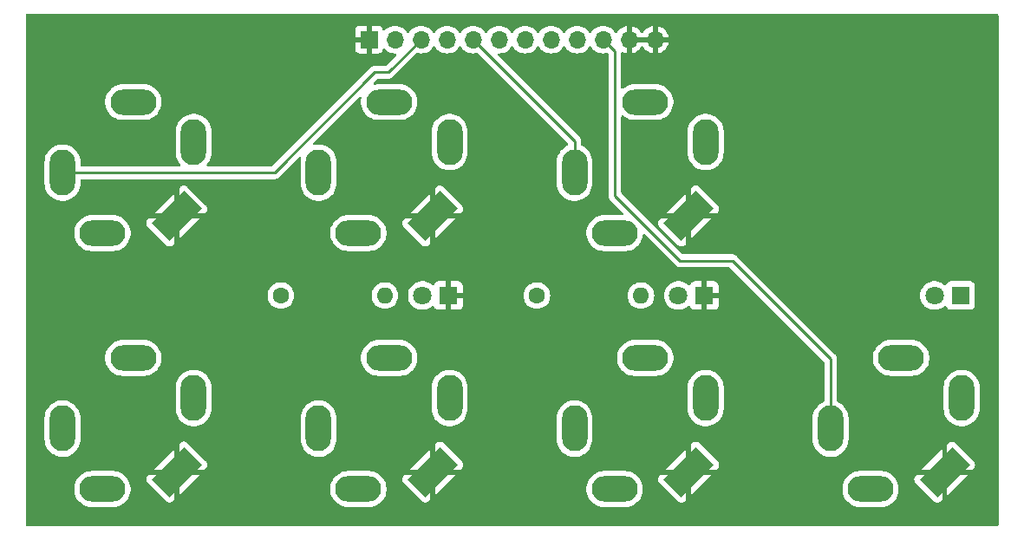
<source format=gbl>
G04 #@! TF.GenerationSoftware,KiCad,Pcbnew,(7.0.0)*
G04 #@! TF.CreationDate,2023-03-06T21:21:17-06:00*
G04 #@! TF.ProjectId,SlopesJack,536c6f70-6573-44a6-9163-6b2e6b696361,rev?*
G04 #@! TF.SameCoordinates,Original*
G04 #@! TF.FileFunction,Copper,L2,Bot*
G04 #@! TF.FilePolarity,Positive*
%FSLAX46Y46*%
G04 Gerber Fmt 4.6, Leading zero omitted, Abs format (unit mm)*
G04 Created by KiCad (PCBNEW (7.0.0)) date 2023-03-06 21:21:17*
%MOMM*%
%LPD*%
G01*
G04 APERTURE LIST*
G04 Aperture macros list*
%AMRotRect*
0 Rectangle, with rotation*
0 The origin of the aperture is its center*
0 $1 length*
0 $2 width*
0 $3 Rotation angle, in degrees counterclockwise*
0 Add horizontal line*
21,1,$1,$2,0,0,$3*%
G04 Aperture macros list end*
G04 #@! TA.AperFunction,ComponentPad*
%ADD10R,1.800000X1.800000*%
G04 #@! TD*
G04 #@! TA.AperFunction,ComponentPad*
%ADD11C,1.800000*%
G04 #@! TD*
G04 #@! TA.AperFunction,ComponentPad*
%ADD12O,4.500001X2.500000*%
G04 #@! TD*
G04 #@! TA.AperFunction,ComponentPad*
%ADD13O,2.500001X4.500001*%
G04 #@! TD*
G04 #@! TA.AperFunction,ComponentPad*
%ADD14RotRect,4.500001X2.500001X45.000000*%
G04 #@! TD*
G04 #@! TA.AperFunction,ComponentPad*
%ADD15O,2.500000X4.500000*%
G04 #@! TD*
G04 #@! TA.AperFunction,ComponentPad*
%ADD16O,4.500000X2.500000*%
G04 #@! TD*
G04 #@! TA.AperFunction,ComponentPad*
%ADD17C,1.600000*%
G04 #@! TD*
G04 #@! TA.AperFunction,ComponentPad*
%ADD18O,1.600000X1.600000*%
G04 #@! TD*
G04 #@! TA.AperFunction,ComponentPad*
%ADD19R,1.700000X1.700000*%
G04 #@! TD*
G04 #@! TA.AperFunction,ComponentPad*
%ADD20O,1.700000X1.700000*%
G04 #@! TD*
G04 #@! TA.AperFunction,Conductor*
%ADD21C,0.250000*%
G04 #@! TD*
G04 APERTURE END LIST*
D10*
X343774999Y-162499999D03*
D11*
X341235000Y-162500000D03*
D12*
X387999999Y-168599999D03*
D13*
X393899999Y-172499999D03*
D14*
X392239999Y-179739999D03*
D15*
X381099999Y-175499999D03*
D16*
X384999999Y-181399999D03*
D12*
X312999999Y-168599999D03*
D13*
X318899999Y-172499999D03*
D14*
X317239999Y-179739999D03*
D15*
X306099999Y-175499999D03*
D16*
X309999999Y-181399999D03*
D12*
X312999999Y-143599999D03*
D13*
X318899999Y-147499999D03*
D14*
X317239999Y-154739999D03*
D15*
X306099999Y-150499999D03*
D16*
X309999999Y-156399999D03*
D10*
X393774999Y-162499999D03*
D11*
X391235000Y-162500000D03*
D12*
X337999999Y-168599999D03*
D13*
X343899999Y-172499999D03*
D14*
X342239999Y-179739999D03*
D15*
X331099999Y-175499999D03*
D16*
X334999999Y-181399999D03*
D12*
X362999999Y-143599999D03*
D13*
X368899999Y-147499999D03*
D14*
X367239999Y-154739999D03*
D15*
X356099999Y-150499999D03*
D16*
X359999999Y-156399999D03*
D17*
X327420000Y-162500000D03*
D18*
X337579999Y-162499999D03*
D17*
X352420000Y-162500000D03*
D18*
X362579999Y-162499999D03*
D12*
X362999999Y-168599999D03*
D13*
X368899999Y-172499999D03*
D14*
X367239999Y-179739999D03*
D15*
X356099999Y-175499999D03*
D16*
X359999999Y-181399999D03*
D10*
X368774999Y-162499999D03*
D11*
X366235000Y-162500000D03*
D19*
X336024999Y-137499999D03*
D20*
X338564999Y-137499999D03*
X341104999Y-137499999D03*
X343644999Y-137499999D03*
X346184999Y-137499999D03*
X348724999Y-137499999D03*
X351264999Y-137499999D03*
X353804999Y-137499999D03*
X356344999Y-137499999D03*
X358884999Y-137499999D03*
X361424999Y-137499999D03*
X363964999Y-137499999D03*
D12*
X337999999Y-143599999D03*
D13*
X343899999Y-147499999D03*
D14*
X342239999Y-154739999D03*
D15*
X331099999Y-150499999D03*
D16*
X334999999Y-156399999D03*
D21*
X341105000Y-137500000D02*
X337905000Y-140700000D01*
X336600000Y-140700000D02*
X326800000Y-150500000D01*
X326800000Y-150500000D02*
X306100000Y-150500000D01*
X337905000Y-140700000D02*
X336600000Y-140700000D01*
X356100000Y-147415000D02*
X356100000Y-150500000D01*
X346185000Y-137500000D02*
X356100000Y-147415000D01*
X366400000Y-159100000D02*
X371500000Y-159100000D01*
X358885000Y-137500000D02*
X360027387Y-138642387D01*
X360027387Y-138642387D02*
X360027387Y-152727387D01*
X381100000Y-168700000D02*
X381100000Y-175500000D01*
X371500000Y-159100000D02*
X381100000Y-168700000D01*
X360027387Y-152727387D02*
X366400000Y-159100000D01*
G04 #@! TA.AperFunction,Conductor*
G36*
X397437500Y-135017113D02*
G01*
X397482887Y-135062500D01*
X397499500Y-135124500D01*
X397499500Y-184875500D01*
X397482887Y-184937500D01*
X397437500Y-184982887D01*
X397375500Y-184999500D01*
X302624500Y-184999500D01*
X302562500Y-184982887D01*
X302517113Y-184937500D01*
X302500500Y-184875500D01*
X302500500Y-181531182D01*
X307249500Y-181531182D01*
X307250189Y-181535754D01*
X307250190Y-181535765D01*
X307287912Y-181786028D01*
X307287913Y-181786035D01*
X307288604Y-181790615D01*
X307289969Y-181795043D01*
X307289971Y-181795048D01*
X307364569Y-182036891D01*
X307364573Y-182036901D01*
X307365937Y-182041323D01*
X307479772Y-182277704D01*
X307627567Y-182494479D01*
X307806019Y-182686805D01*
X308011143Y-182850386D01*
X308238357Y-182981568D01*
X308482584Y-183077420D01*
X308738370Y-183135802D01*
X308934506Y-183150500D01*
X311063177Y-183150500D01*
X311065494Y-183150500D01*
X311261630Y-183135802D01*
X311517416Y-183077420D01*
X311761643Y-182981568D01*
X311988857Y-182850386D01*
X312193981Y-182686805D01*
X312372433Y-182494479D01*
X312520228Y-182277704D01*
X312634063Y-182041323D01*
X312711396Y-181790615D01*
X312750500Y-181531182D01*
X312750500Y-181268818D01*
X312711396Y-181009385D01*
X312637305Y-180769187D01*
X312635430Y-180763108D01*
X312635428Y-180763105D01*
X312634063Y-180758677D01*
X312520228Y-180522296D01*
X312474950Y-180455885D01*
X314261245Y-180455885D01*
X314279181Y-180580643D01*
X314284128Y-180597489D01*
X314336949Y-180713150D01*
X314345038Y-180726245D01*
X314375673Y-180764261D01*
X314380098Y-180769187D01*
X316210812Y-182599901D01*
X316215738Y-182604326D01*
X316253754Y-182634961D01*
X316266849Y-182643050D01*
X316382510Y-182695871D01*
X316399356Y-182700818D01*
X316524115Y-182718755D01*
X316541671Y-182718755D01*
X316666429Y-182700818D01*
X316683275Y-182695871D01*
X316798936Y-182643050D01*
X316812031Y-182634961D01*
X316850047Y-182604326D01*
X316854973Y-182599901D01*
X316981361Y-182473513D01*
X316987756Y-182463942D01*
X316990000Y-182452664D01*
X316990000Y-181950199D01*
X317490000Y-181950199D01*
X317492230Y-181959489D01*
X317500377Y-181954497D01*
X317923692Y-181531182D01*
X332249500Y-181531182D01*
X332250189Y-181535754D01*
X332250190Y-181535765D01*
X332287912Y-181786028D01*
X332287913Y-181786035D01*
X332288604Y-181790615D01*
X332289969Y-181795043D01*
X332289971Y-181795048D01*
X332364569Y-182036891D01*
X332364573Y-182036901D01*
X332365937Y-182041323D01*
X332479772Y-182277704D01*
X332627567Y-182494479D01*
X332806019Y-182686805D01*
X333011143Y-182850386D01*
X333238357Y-182981568D01*
X333482584Y-183077420D01*
X333738370Y-183135802D01*
X333934506Y-183150500D01*
X336063177Y-183150500D01*
X336065494Y-183150500D01*
X336261630Y-183135802D01*
X336517416Y-183077420D01*
X336761643Y-182981568D01*
X336988857Y-182850386D01*
X337193981Y-182686805D01*
X337372433Y-182494479D01*
X337520228Y-182277704D01*
X337634063Y-182041323D01*
X337711396Y-181790615D01*
X337750500Y-181531182D01*
X337750500Y-181268818D01*
X337711396Y-181009385D01*
X337637305Y-180769187D01*
X337635430Y-180763108D01*
X337635428Y-180763105D01*
X337634063Y-180758677D01*
X337520228Y-180522296D01*
X337474950Y-180455885D01*
X339261245Y-180455885D01*
X339279181Y-180580643D01*
X339284128Y-180597489D01*
X339336949Y-180713150D01*
X339345038Y-180726245D01*
X339375673Y-180764261D01*
X339380098Y-180769187D01*
X341210812Y-182599901D01*
X341215738Y-182604326D01*
X341253754Y-182634961D01*
X341266849Y-182643050D01*
X341382510Y-182695871D01*
X341399356Y-182700818D01*
X341524115Y-182718755D01*
X341541671Y-182718755D01*
X341666429Y-182700818D01*
X341683275Y-182695871D01*
X341798936Y-182643050D01*
X341812031Y-182634961D01*
X341850047Y-182604326D01*
X341854973Y-182599901D01*
X341981361Y-182473513D01*
X341987756Y-182463942D01*
X341990000Y-182452664D01*
X341990000Y-181950199D01*
X342490000Y-181950199D01*
X342492230Y-181959489D01*
X342500377Y-181954497D01*
X342923692Y-181531182D01*
X357249500Y-181531182D01*
X357250189Y-181535754D01*
X357250190Y-181535765D01*
X357287912Y-181786028D01*
X357287913Y-181786035D01*
X357288604Y-181790615D01*
X357289969Y-181795043D01*
X357289971Y-181795048D01*
X357364569Y-182036891D01*
X357364573Y-182036901D01*
X357365937Y-182041323D01*
X357479772Y-182277704D01*
X357627567Y-182494479D01*
X357806019Y-182686805D01*
X358011143Y-182850386D01*
X358238357Y-182981568D01*
X358482584Y-183077420D01*
X358738370Y-183135802D01*
X358934506Y-183150500D01*
X361063177Y-183150500D01*
X361065494Y-183150500D01*
X361261630Y-183135802D01*
X361517416Y-183077420D01*
X361761643Y-182981568D01*
X361988857Y-182850386D01*
X362193981Y-182686805D01*
X362372433Y-182494479D01*
X362520228Y-182277704D01*
X362634063Y-182041323D01*
X362711396Y-181790615D01*
X362750500Y-181531182D01*
X362750500Y-181268818D01*
X362711396Y-181009385D01*
X362637305Y-180769187D01*
X362635430Y-180763108D01*
X362635428Y-180763105D01*
X362634063Y-180758677D01*
X362520228Y-180522296D01*
X362474950Y-180455885D01*
X364261245Y-180455885D01*
X364279181Y-180580643D01*
X364284128Y-180597489D01*
X364336949Y-180713150D01*
X364345038Y-180726245D01*
X364375673Y-180764261D01*
X364380098Y-180769187D01*
X366210812Y-182599901D01*
X366215738Y-182604326D01*
X366253754Y-182634961D01*
X366266849Y-182643050D01*
X366382510Y-182695871D01*
X366399356Y-182700818D01*
X366524115Y-182718755D01*
X366541671Y-182718755D01*
X366666429Y-182700818D01*
X366683275Y-182695871D01*
X366798936Y-182643050D01*
X366812031Y-182634961D01*
X366850047Y-182604326D01*
X366854973Y-182599901D01*
X366981361Y-182473513D01*
X366987756Y-182463942D01*
X366990000Y-182452664D01*
X366990000Y-181950199D01*
X367490000Y-181950199D01*
X367492230Y-181959489D01*
X367500377Y-181954497D01*
X367923692Y-181531182D01*
X382249500Y-181531182D01*
X382250189Y-181535754D01*
X382250190Y-181535765D01*
X382287912Y-181786028D01*
X382287913Y-181786035D01*
X382288604Y-181790615D01*
X382289969Y-181795043D01*
X382289971Y-181795048D01*
X382364569Y-182036891D01*
X382364573Y-182036901D01*
X382365937Y-182041323D01*
X382479772Y-182277704D01*
X382627567Y-182494479D01*
X382806019Y-182686805D01*
X383011143Y-182850386D01*
X383238357Y-182981568D01*
X383482584Y-183077420D01*
X383738370Y-183135802D01*
X383934506Y-183150500D01*
X386063177Y-183150500D01*
X386065494Y-183150500D01*
X386261630Y-183135802D01*
X386517416Y-183077420D01*
X386761643Y-182981568D01*
X386988857Y-182850386D01*
X387193981Y-182686805D01*
X387372433Y-182494479D01*
X387520228Y-182277704D01*
X387634063Y-182041323D01*
X387711396Y-181790615D01*
X387750500Y-181531182D01*
X387750500Y-181268818D01*
X387711396Y-181009385D01*
X387637305Y-180769187D01*
X387635430Y-180763108D01*
X387635428Y-180763105D01*
X387634063Y-180758677D01*
X387520228Y-180522296D01*
X387474950Y-180455885D01*
X389261245Y-180455885D01*
X389279181Y-180580643D01*
X389284128Y-180597489D01*
X389336949Y-180713150D01*
X389345038Y-180726245D01*
X389375673Y-180764261D01*
X389380098Y-180769187D01*
X391210812Y-182599901D01*
X391215738Y-182604326D01*
X391253754Y-182634961D01*
X391266849Y-182643050D01*
X391382510Y-182695871D01*
X391399356Y-182700818D01*
X391524115Y-182718755D01*
X391541671Y-182718755D01*
X391666429Y-182700818D01*
X391683275Y-182695871D01*
X391798936Y-182643050D01*
X391812031Y-182634961D01*
X391850047Y-182604326D01*
X391854973Y-182599901D01*
X391981361Y-182473513D01*
X391987756Y-182463942D01*
X391990000Y-182452664D01*
X391990000Y-181950199D01*
X392490000Y-181950199D01*
X392492230Y-181959489D01*
X392500377Y-181954497D01*
X394454497Y-180000377D01*
X394459489Y-179992230D01*
X394450199Y-179990000D01*
X392506326Y-179990000D01*
X392493450Y-179993450D01*
X392490000Y-180006326D01*
X392490000Y-181950199D01*
X391990000Y-181950199D01*
X391990000Y-180006326D01*
X391986549Y-179993450D01*
X391973674Y-179990000D01*
X389527336Y-179990000D01*
X389516057Y-179992243D01*
X389506486Y-179998638D01*
X389380098Y-180125026D01*
X389375673Y-180129952D01*
X389345038Y-180167968D01*
X389336949Y-180181063D01*
X389284128Y-180296724D01*
X389279181Y-180313570D01*
X389261245Y-180438329D01*
X389261245Y-180455885D01*
X387474950Y-180455885D01*
X387372433Y-180305521D01*
X387193981Y-180113195D01*
X386988857Y-179949614D01*
X386894216Y-179894973D01*
X386765664Y-179820753D01*
X386765658Y-179820750D01*
X386761643Y-179818432D01*
X386757324Y-179816737D01*
X386757318Y-179816734D01*
X386521738Y-179724276D01*
X386521734Y-179724275D01*
X386517416Y-179722580D01*
X386512893Y-179721547D01*
X386512891Y-179721547D01*
X386266149Y-179665229D01*
X386266143Y-179665228D01*
X386261630Y-179664198D01*
X386257008Y-179663851D01*
X386257004Y-179663851D01*
X386067808Y-179649673D01*
X386067797Y-179649672D01*
X386065494Y-179649500D01*
X383934506Y-179649500D01*
X383932203Y-179649672D01*
X383932191Y-179649673D01*
X383742995Y-179663851D01*
X383742989Y-179663851D01*
X383738370Y-179664198D01*
X383733858Y-179665227D01*
X383733850Y-179665229D01*
X383487108Y-179721547D01*
X383487102Y-179721548D01*
X383482584Y-179722580D01*
X383478268Y-179724273D01*
X383478261Y-179724276D01*
X383242681Y-179816734D01*
X383242670Y-179816739D01*
X383238357Y-179818432D01*
X383234346Y-179820747D01*
X383234335Y-179820753D01*
X383015161Y-179947294D01*
X383011143Y-179949614D01*
X383007519Y-179952503D01*
X383007516Y-179952506D01*
X382809646Y-180110302D01*
X382809641Y-180110306D01*
X382806019Y-180113195D01*
X382802865Y-180116593D01*
X382802863Y-180116596D01*
X382630719Y-180302123D01*
X382630713Y-180302129D01*
X382627567Y-180305521D01*
X382479772Y-180522296D01*
X382477759Y-180526474D01*
X382477756Y-180526481D01*
X382367949Y-180754497D01*
X382367944Y-180754508D01*
X382365937Y-180758677D01*
X382364574Y-180763093D01*
X382364569Y-180763108D01*
X382289971Y-181004951D01*
X382289968Y-181004959D01*
X382288604Y-181009385D01*
X382287914Y-181013961D01*
X382287912Y-181013971D01*
X382250190Y-181264234D01*
X382250189Y-181264246D01*
X382249500Y-181268818D01*
X382249500Y-181531182D01*
X367923692Y-181531182D01*
X369454497Y-180000377D01*
X369459489Y-179992230D01*
X369450199Y-179990000D01*
X367506326Y-179990000D01*
X367493450Y-179993450D01*
X367490000Y-180006326D01*
X367490000Y-181950199D01*
X366990000Y-181950199D01*
X366990000Y-180006326D01*
X366986549Y-179993450D01*
X366973674Y-179990000D01*
X364527336Y-179990000D01*
X364516057Y-179992243D01*
X364506486Y-179998638D01*
X364380098Y-180125026D01*
X364375673Y-180129952D01*
X364345038Y-180167968D01*
X364336949Y-180181063D01*
X364284128Y-180296724D01*
X364279181Y-180313570D01*
X364261245Y-180438329D01*
X364261245Y-180455885D01*
X362474950Y-180455885D01*
X362372433Y-180305521D01*
X362193981Y-180113195D01*
X361988857Y-179949614D01*
X361894216Y-179894973D01*
X361765664Y-179820753D01*
X361765658Y-179820750D01*
X361761643Y-179818432D01*
X361757324Y-179816737D01*
X361757318Y-179816734D01*
X361521738Y-179724276D01*
X361521734Y-179724275D01*
X361517416Y-179722580D01*
X361512893Y-179721547D01*
X361512891Y-179721547D01*
X361266149Y-179665229D01*
X361266143Y-179665228D01*
X361261630Y-179664198D01*
X361257008Y-179663851D01*
X361257004Y-179663851D01*
X361067808Y-179649673D01*
X361067797Y-179649672D01*
X361065494Y-179649500D01*
X358934506Y-179649500D01*
X358932203Y-179649672D01*
X358932191Y-179649673D01*
X358742995Y-179663851D01*
X358742989Y-179663851D01*
X358738370Y-179664198D01*
X358733858Y-179665227D01*
X358733850Y-179665229D01*
X358487108Y-179721547D01*
X358487102Y-179721548D01*
X358482584Y-179722580D01*
X358478268Y-179724273D01*
X358478261Y-179724276D01*
X358242681Y-179816734D01*
X358242670Y-179816739D01*
X358238357Y-179818432D01*
X358234346Y-179820747D01*
X358234335Y-179820753D01*
X358015161Y-179947294D01*
X358011143Y-179949614D01*
X358007519Y-179952503D01*
X358007516Y-179952506D01*
X357809646Y-180110302D01*
X357809641Y-180110306D01*
X357806019Y-180113195D01*
X357802865Y-180116593D01*
X357802863Y-180116596D01*
X357630719Y-180302123D01*
X357630713Y-180302129D01*
X357627567Y-180305521D01*
X357479772Y-180522296D01*
X357477759Y-180526474D01*
X357477756Y-180526481D01*
X357367949Y-180754497D01*
X357367944Y-180754508D01*
X357365937Y-180758677D01*
X357364574Y-180763093D01*
X357364569Y-180763108D01*
X357289971Y-181004951D01*
X357289968Y-181004959D01*
X357288604Y-181009385D01*
X357287914Y-181013961D01*
X357287912Y-181013971D01*
X357250190Y-181264234D01*
X357250189Y-181264246D01*
X357249500Y-181268818D01*
X357249500Y-181531182D01*
X342923692Y-181531182D01*
X344454497Y-180000377D01*
X344459489Y-179992230D01*
X344450199Y-179990000D01*
X342506326Y-179990000D01*
X342493450Y-179993450D01*
X342490000Y-180006326D01*
X342490000Y-181950199D01*
X341990000Y-181950199D01*
X341990000Y-180006326D01*
X341986549Y-179993450D01*
X341973674Y-179990000D01*
X339527336Y-179990000D01*
X339516057Y-179992243D01*
X339506486Y-179998638D01*
X339380098Y-180125026D01*
X339375673Y-180129952D01*
X339345038Y-180167968D01*
X339336949Y-180181063D01*
X339284128Y-180296724D01*
X339279181Y-180313570D01*
X339261245Y-180438329D01*
X339261245Y-180455885D01*
X337474950Y-180455885D01*
X337372433Y-180305521D01*
X337193981Y-180113195D01*
X336988857Y-179949614D01*
X336894216Y-179894973D01*
X336765664Y-179820753D01*
X336765658Y-179820750D01*
X336761643Y-179818432D01*
X336757324Y-179816737D01*
X336757318Y-179816734D01*
X336521738Y-179724276D01*
X336521734Y-179724275D01*
X336517416Y-179722580D01*
X336512893Y-179721547D01*
X336512891Y-179721547D01*
X336266149Y-179665229D01*
X336266143Y-179665228D01*
X336261630Y-179664198D01*
X336257008Y-179663851D01*
X336257004Y-179663851D01*
X336067808Y-179649673D01*
X336067797Y-179649672D01*
X336065494Y-179649500D01*
X333934506Y-179649500D01*
X333932203Y-179649672D01*
X333932191Y-179649673D01*
X333742995Y-179663851D01*
X333742989Y-179663851D01*
X333738370Y-179664198D01*
X333733858Y-179665227D01*
X333733850Y-179665229D01*
X333487108Y-179721547D01*
X333487102Y-179721548D01*
X333482584Y-179722580D01*
X333478268Y-179724273D01*
X333478261Y-179724276D01*
X333242681Y-179816734D01*
X333242670Y-179816739D01*
X333238357Y-179818432D01*
X333234346Y-179820747D01*
X333234335Y-179820753D01*
X333015161Y-179947294D01*
X333011143Y-179949614D01*
X333007519Y-179952503D01*
X333007516Y-179952506D01*
X332809646Y-180110302D01*
X332809641Y-180110306D01*
X332806019Y-180113195D01*
X332802865Y-180116593D01*
X332802863Y-180116596D01*
X332630719Y-180302123D01*
X332630713Y-180302129D01*
X332627567Y-180305521D01*
X332479772Y-180522296D01*
X332477759Y-180526474D01*
X332477756Y-180526481D01*
X332367949Y-180754497D01*
X332367944Y-180754508D01*
X332365937Y-180758677D01*
X332364574Y-180763093D01*
X332364569Y-180763108D01*
X332289971Y-181004951D01*
X332289968Y-181004959D01*
X332288604Y-181009385D01*
X332287914Y-181013961D01*
X332287912Y-181013971D01*
X332250190Y-181264234D01*
X332250189Y-181264246D01*
X332249500Y-181268818D01*
X332249500Y-181531182D01*
X317923692Y-181531182D01*
X319454497Y-180000377D01*
X319459489Y-179992230D01*
X319450199Y-179990000D01*
X317506326Y-179990000D01*
X317493450Y-179993450D01*
X317490000Y-180006326D01*
X317490000Y-181950199D01*
X316990000Y-181950199D01*
X316990000Y-180006326D01*
X316986549Y-179993450D01*
X316973674Y-179990000D01*
X314527336Y-179990000D01*
X314516057Y-179992243D01*
X314506486Y-179998638D01*
X314380098Y-180125026D01*
X314375673Y-180129952D01*
X314345038Y-180167968D01*
X314336949Y-180181063D01*
X314284128Y-180296724D01*
X314279181Y-180313570D01*
X314261245Y-180438329D01*
X314261245Y-180455885D01*
X312474950Y-180455885D01*
X312372433Y-180305521D01*
X312193981Y-180113195D01*
X311988857Y-179949614D01*
X311894216Y-179894973D01*
X311765664Y-179820753D01*
X311765658Y-179820750D01*
X311761643Y-179818432D01*
X311757324Y-179816737D01*
X311757318Y-179816734D01*
X311521738Y-179724276D01*
X311521734Y-179724275D01*
X311517416Y-179722580D01*
X311512893Y-179721547D01*
X311512891Y-179721547D01*
X311266149Y-179665229D01*
X311266143Y-179665228D01*
X311261630Y-179664198D01*
X311257008Y-179663851D01*
X311257004Y-179663851D01*
X311067808Y-179649673D01*
X311067797Y-179649672D01*
X311065494Y-179649500D01*
X308934506Y-179649500D01*
X308932203Y-179649672D01*
X308932191Y-179649673D01*
X308742995Y-179663851D01*
X308742989Y-179663851D01*
X308738370Y-179664198D01*
X308733858Y-179665227D01*
X308733850Y-179665229D01*
X308487108Y-179721547D01*
X308487102Y-179721548D01*
X308482584Y-179722580D01*
X308478268Y-179724273D01*
X308478261Y-179724276D01*
X308242681Y-179816734D01*
X308242670Y-179816739D01*
X308238357Y-179818432D01*
X308234346Y-179820747D01*
X308234335Y-179820753D01*
X308015161Y-179947294D01*
X308011143Y-179949614D01*
X308007519Y-179952503D01*
X308007516Y-179952506D01*
X307809646Y-180110302D01*
X307809641Y-180110306D01*
X307806019Y-180113195D01*
X307802865Y-180116593D01*
X307802863Y-180116596D01*
X307630719Y-180302123D01*
X307630713Y-180302129D01*
X307627567Y-180305521D01*
X307479772Y-180522296D01*
X307477759Y-180526474D01*
X307477756Y-180526481D01*
X307367949Y-180754497D01*
X307367944Y-180754508D01*
X307365937Y-180758677D01*
X307364574Y-180763093D01*
X307364569Y-180763108D01*
X307289971Y-181004951D01*
X307289968Y-181004959D01*
X307288604Y-181009385D01*
X307287914Y-181013961D01*
X307287912Y-181013971D01*
X307250190Y-181264234D01*
X307250189Y-181264246D01*
X307249500Y-181268818D01*
X307249500Y-181531182D01*
X302500500Y-181531182D01*
X302500500Y-179487769D01*
X315020510Y-179487769D01*
X315029801Y-179490000D01*
X316973674Y-179490000D01*
X316986549Y-179486549D01*
X316990000Y-179473674D01*
X317490000Y-179473674D01*
X317493450Y-179486549D01*
X317506326Y-179490000D01*
X319952664Y-179490000D01*
X319963877Y-179487769D01*
X340020510Y-179487769D01*
X340029801Y-179490000D01*
X341973674Y-179490000D01*
X341986549Y-179486549D01*
X341990000Y-179473674D01*
X342490000Y-179473674D01*
X342493450Y-179486549D01*
X342506326Y-179490000D01*
X344952664Y-179490000D01*
X344963877Y-179487769D01*
X365020510Y-179487769D01*
X365029801Y-179490000D01*
X366973674Y-179490000D01*
X366986549Y-179486549D01*
X366990000Y-179473674D01*
X367490000Y-179473674D01*
X367493450Y-179486549D01*
X367506326Y-179490000D01*
X369952664Y-179490000D01*
X369963877Y-179487769D01*
X390020510Y-179487769D01*
X390029801Y-179490000D01*
X391973674Y-179490000D01*
X391986549Y-179486549D01*
X391990000Y-179473674D01*
X392490000Y-179473674D01*
X392493450Y-179486549D01*
X392506326Y-179490000D01*
X394952664Y-179490000D01*
X394963942Y-179487756D01*
X394973513Y-179481361D01*
X395099901Y-179354973D01*
X395104326Y-179350047D01*
X395134961Y-179312031D01*
X395143050Y-179298936D01*
X395195871Y-179183275D01*
X395200818Y-179166429D01*
X395218755Y-179041671D01*
X395218755Y-179024115D01*
X395200818Y-178899356D01*
X395195871Y-178882510D01*
X395143050Y-178766849D01*
X395134961Y-178753754D01*
X395104326Y-178715738D01*
X395099901Y-178710812D01*
X393269187Y-176880098D01*
X393264261Y-176875673D01*
X393226245Y-176845038D01*
X393213150Y-176836949D01*
X393097489Y-176784128D01*
X393080643Y-176779181D01*
X392955885Y-176761245D01*
X392938329Y-176761245D01*
X392813570Y-176779181D01*
X392796724Y-176784128D01*
X392681063Y-176836949D01*
X392667968Y-176845038D01*
X392629952Y-176875673D01*
X392625026Y-176880098D01*
X392498638Y-177006486D01*
X392492243Y-177016057D01*
X392490000Y-177027336D01*
X392490000Y-179473674D01*
X391990000Y-179473674D01*
X391990000Y-177529801D01*
X391987769Y-177520510D01*
X391979622Y-177525502D01*
X390025502Y-179479622D01*
X390020510Y-179487769D01*
X369963877Y-179487769D01*
X369963942Y-179487756D01*
X369973513Y-179481361D01*
X370099901Y-179354973D01*
X370104326Y-179350047D01*
X370134961Y-179312031D01*
X370143050Y-179298936D01*
X370195871Y-179183275D01*
X370200818Y-179166429D01*
X370218755Y-179041671D01*
X370218755Y-179024115D01*
X370200818Y-178899356D01*
X370195871Y-178882510D01*
X370143050Y-178766849D01*
X370134961Y-178753754D01*
X370104326Y-178715738D01*
X370099901Y-178710812D01*
X368269187Y-176880098D01*
X368264261Y-176875673D01*
X368226245Y-176845038D01*
X368213150Y-176836949D01*
X368097489Y-176784128D01*
X368080643Y-176779181D01*
X367955885Y-176761245D01*
X367938329Y-176761245D01*
X367813570Y-176779181D01*
X367796724Y-176784128D01*
X367681063Y-176836949D01*
X367667968Y-176845038D01*
X367629952Y-176875673D01*
X367625026Y-176880098D01*
X367498638Y-177006486D01*
X367492243Y-177016057D01*
X367490000Y-177027336D01*
X367490000Y-179473674D01*
X366990000Y-179473674D01*
X366990000Y-177529801D01*
X366987769Y-177520510D01*
X366979622Y-177525502D01*
X365025502Y-179479622D01*
X365020510Y-179487769D01*
X344963877Y-179487769D01*
X344963942Y-179487756D01*
X344973513Y-179481361D01*
X345099901Y-179354973D01*
X345104326Y-179350047D01*
X345134961Y-179312031D01*
X345143050Y-179298936D01*
X345195871Y-179183275D01*
X345200818Y-179166429D01*
X345218755Y-179041671D01*
X345218755Y-179024115D01*
X345200818Y-178899356D01*
X345195871Y-178882510D01*
X345143050Y-178766849D01*
X345134961Y-178753754D01*
X345104326Y-178715738D01*
X345099901Y-178710812D01*
X343269187Y-176880098D01*
X343264261Y-176875673D01*
X343226245Y-176845038D01*
X343213150Y-176836949D01*
X343097489Y-176784128D01*
X343080643Y-176779181D01*
X342955885Y-176761245D01*
X342938329Y-176761245D01*
X342813570Y-176779181D01*
X342796724Y-176784128D01*
X342681063Y-176836949D01*
X342667968Y-176845038D01*
X342629952Y-176875673D01*
X342625026Y-176880098D01*
X342498638Y-177006486D01*
X342492243Y-177016057D01*
X342490000Y-177027336D01*
X342490000Y-179473674D01*
X341990000Y-179473674D01*
X341990000Y-177529801D01*
X341987769Y-177520510D01*
X341979622Y-177525502D01*
X340025502Y-179479622D01*
X340020510Y-179487769D01*
X319963877Y-179487769D01*
X319963942Y-179487756D01*
X319973513Y-179481361D01*
X320099901Y-179354973D01*
X320104326Y-179350047D01*
X320134961Y-179312031D01*
X320143050Y-179298936D01*
X320195871Y-179183275D01*
X320200818Y-179166429D01*
X320218755Y-179041671D01*
X320218755Y-179024115D01*
X320200818Y-178899356D01*
X320195871Y-178882510D01*
X320143050Y-178766849D01*
X320134961Y-178753754D01*
X320104326Y-178715738D01*
X320099901Y-178710812D01*
X318269187Y-176880098D01*
X318264261Y-176875673D01*
X318226245Y-176845038D01*
X318213150Y-176836949D01*
X318097489Y-176784128D01*
X318080643Y-176779181D01*
X317955885Y-176761245D01*
X317938329Y-176761245D01*
X317813570Y-176779181D01*
X317796724Y-176784128D01*
X317681063Y-176836949D01*
X317667968Y-176845038D01*
X317629952Y-176875673D01*
X317625026Y-176880098D01*
X317498638Y-177006486D01*
X317492243Y-177016057D01*
X317490000Y-177027336D01*
X317490000Y-179473674D01*
X316990000Y-179473674D01*
X316990000Y-177529801D01*
X316987769Y-177520510D01*
X316979622Y-177525502D01*
X315025502Y-179479622D01*
X315020510Y-179487769D01*
X302500500Y-179487769D01*
X302500500Y-176565494D01*
X304349500Y-176565494D01*
X304364198Y-176761630D01*
X304365228Y-176766143D01*
X304365229Y-176766149D01*
X304420085Y-177006486D01*
X304422580Y-177017416D01*
X304424275Y-177021734D01*
X304424276Y-177021738D01*
X304516734Y-177257318D01*
X304516737Y-177257324D01*
X304518432Y-177261643D01*
X304520750Y-177265658D01*
X304520753Y-177265664D01*
X304594973Y-177394216D01*
X304649614Y-177488857D01*
X304813195Y-177693981D01*
X305005521Y-177872433D01*
X305222296Y-178020228D01*
X305458677Y-178134063D01*
X305463105Y-178135428D01*
X305463108Y-178135430D01*
X305566537Y-178167333D01*
X305709385Y-178211396D01*
X305968818Y-178250500D01*
X306226547Y-178250500D01*
X306231182Y-178250500D01*
X306490615Y-178211396D01*
X306741323Y-178134063D01*
X306977704Y-178020228D01*
X307194479Y-177872433D01*
X307386805Y-177693981D01*
X307550386Y-177488857D01*
X307681568Y-177261643D01*
X307777420Y-177017416D01*
X307835802Y-176761630D01*
X307850500Y-176565494D01*
X329349500Y-176565494D01*
X329364198Y-176761630D01*
X329365228Y-176766143D01*
X329365229Y-176766149D01*
X329420085Y-177006486D01*
X329422580Y-177017416D01*
X329424275Y-177021734D01*
X329424276Y-177021738D01*
X329516734Y-177257318D01*
X329516737Y-177257324D01*
X329518432Y-177261643D01*
X329520750Y-177265658D01*
X329520753Y-177265664D01*
X329594973Y-177394216D01*
X329649614Y-177488857D01*
X329813195Y-177693981D01*
X330005521Y-177872433D01*
X330222296Y-178020228D01*
X330458677Y-178134063D01*
X330463105Y-178135428D01*
X330463108Y-178135430D01*
X330566537Y-178167333D01*
X330709385Y-178211396D01*
X330968818Y-178250500D01*
X331226547Y-178250500D01*
X331231182Y-178250500D01*
X331490615Y-178211396D01*
X331741323Y-178134063D01*
X331977704Y-178020228D01*
X332194479Y-177872433D01*
X332386805Y-177693981D01*
X332550386Y-177488857D01*
X332681568Y-177261643D01*
X332777420Y-177017416D01*
X332835802Y-176761630D01*
X332850500Y-176565494D01*
X354349500Y-176565494D01*
X354364198Y-176761630D01*
X354365228Y-176766143D01*
X354365229Y-176766149D01*
X354420085Y-177006486D01*
X354422580Y-177017416D01*
X354424275Y-177021734D01*
X354424276Y-177021738D01*
X354516734Y-177257318D01*
X354516737Y-177257324D01*
X354518432Y-177261643D01*
X354520750Y-177265658D01*
X354520753Y-177265664D01*
X354594973Y-177394216D01*
X354649614Y-177488857D01*
X354813195Y-177693981D01*
X355005521Y-177872433D01*
X355222296Y-178020228D01*
X355458677Y-178134063D01*
X355463105Y-178135428D01*
X355463108Y-178135430D01*
X355566537Y-178167333D01*
X355709385Y-178211396D01*
X355968818Y-178250500D01*
X356226547Y-178250500D01*
X356231182Y-178250500D01*
X356490615Y-178211396D01*
X356741323Y-178134063D01*
X356977704Y-178020228D01*
X357194479Y-177872433D01*
X357386805Y-177693981D01*
X357550386Y-177488857D01*
X357681568Y-177261643D01*
X357777420Y-177017416D01*
X357835802Y-176761630D01*
X357850500Y-176565494D01*
X357850500Y-174434506D01*
X357835802Y-174238370D01*
X357777420Y-173982584D01*
X357681568Y-173738357D01*
X357581766Y-173565494D01*
X367149500Y-173565494D01*
X367149672Y-173567797D01*
X367149673Y-173567808D01*
X367162454Y-173738357D01*
X367164198Y-173761630D01*
X367222580Y-174017416D01*
X367224275Y-174021734D01*
X367224276Y-174021738D01*
X367316734Y-174257318D01*
X367316737Y-174257324D01*
X367318432Y-174261643D01*
X367320750Y-174265658D01*
X367320753Y-174265664D01*
X367394973Y-174394216D01*
X367449614Y-174488857D01*
X367613195Y-174693981D01*
X367805521Y-174872433D01*
X368022296Y-175020228D01*
X368258677Y-175134063D01*
X368263105Y-175135428D01*
X368263108Y-175135430D01*
X368366537Y-175167333D01*
X368509385Y-175211396D01*
X368768818Y-175250500D01*
X369026547Y-175250500D01*
X369031182Y-175250500D01*
X369290615Y-175211396D01*
X369541323Y-175134063D01*
X369777704Y-175020228D01*
X369994479Y-174872433D01*
X370186805Y-174693981D01*
X370350386Y-174488857D01*
X370481568Y-174261643D01*
X370577420Y-174017416D01*
X370635802Y-173761630D01*
X370650500Y-173565494D01*
X370650500Y-171434506D01*
X370635802Y-171238370D01*
X370577420Y-170982584D01*
X370481568Y-170738357D01*
X370350386Y-170511143D01*
X370186805Y-170306019D01*
X369994479Y-170127567D01*
X369777704Y-169979772D01*
X369773518Y-169977756D01*
X369545502Y-169867949D01*
X369545496Y-169867946D01*
X369541323Y-169865937D01*
X369536901Y-169864573D01*
X369536891Y-169864569D01*
X369295048Y-169789971D01*
X369295043Y-169789969D01*
X369290615Y-169788604D01*
X369286035Y-169787913D01*
X369286028Y-169787912D01*
X369035765Y-169750190D01*
X369035754Y-169750189D01*
X369031182Y-169749500D01*
X368768818Y-169749500D01*
X368764246Y-169750189D01*
X368764234Y-169750190D01*
X368513971Y-169787912D01*
X368513961Y-169787914D01*
X368509385Y-169788604D01*
X368504959Y-169789968D01*
X368504951Y-169789971D01*
X368263108Y-169864569D01*
X368263093Y-169864574D01*
X368258677Y-169865937D01*
X368254508Y-169867944D01*
X368254497Y-169867949D01*
X368026481Y-169977756D01*
X368026474Y-169977759D01*
X368022296Y-169979772D01*
X368018463Y-169982385D01*
X368018460Y-169982387D01*
X367918724Y-170050386D01*
X367805521Y-170127567D01*
X367802129Y-170130713D01*
X367802123Y-170130719D01*
X367645846Y-170275723D01*
X367613195Y-170306019D01*
X367610306Y-170309641D01*
X367610302Y-170309646D01*
X367452506Y-170507516D01*
X367449614Y-170511143D01*
X367447295Y-170515159D01*
X367447294Y-170515161D01*
X367320753Y-170734335D01*
X367320747Y-170734346D01*
X367318432Y-170738357D01*
X367316739Y-170742670D01*
X367316734Y-170742681D01*
X367224276Y-170978261D01*
X367224273Y-170978268D01*
X367222580Y-170982584D01*
X367221548Y-170987102D01*
X367221547Y-170987108D01*
X367165229Y-171233850D01*
X367165227Y-171233858D01*
X367164198Y-171238370D01*
X367149500Y-171434506D01*
X367149500Y-173565494D01*
X357581766Y-173565494D01*
X357550386Y-173511143D01*
X357386805Y-173306019D01*
X357194479Y-173127567D01*
X356977704Y-172979772D01*
X356973518Y-172977756D01*
X356745502Y-172867949D01*
X356745496Y-172867946D01*
X356741323Y-172865937D01*
X356736901Y-172864573D01*
X356736891Y-172864569D01*
X356495048Y-172789971D01*
X356495043Y-172789969D01*
X356490615Y-172788604D01*
X356486035Y-172787913D01*
X356486028Y-172787912D01*
X356235765Y-172750190D01*
X356235754Y-172750189D01*
X356231182Y-172749500D01*
X355968818Y-172749500D01*
X355964246Y-172750189D01*
X355964234Y-172750190D01*
X355713971Y-172787912D01*
X355713961Y-172787914D01*
X355709385Y-172788604D01*
X355704959Y-172789968D01*
X355704951Y-172789971D01*
X355463108Y-172864569D01*
X355463093Y-172864574D01*
X355458677Y-172865937D01*
X355454508Y-172867944D01*
X355454497Y-172867949D01*
X355226481Y-172977756D01*
X355226474Y-172977759D01*
X355222296Y-172979772D01*
X355218463Y-172982385D01*
X355218460Y-172982387D01*
X355009349Y-173124957D01*
X355005521Y-173127567D01*
X355002129Y-173130713D01*
X355002123Y-173130719D01*
X354816596Y-173302863D01*
X354813195Y-173306019D01*
X354810306Y-173309641D01*
X354810302Y-173309646D01*
X354652506Y-173507516D01*
X354649614Y-173511143D01*
X354647295Y-173515159D01*
X354647294Y-173515161D01*
X354520753Y-173734335D01*
X354520747Y-173734346D01*
X354518432Y-173738357D01*
X354516739Y-173742670D01*
X354516734Y-173742681D01*
X354424276Y-173978261D01*
X354424273Y-173978268D01*
X354422580Y-173982584D01*
X354421548Y-173987102D01*
X354421547Y-173987108D01*
X354365229Y-174233850D01*
X354365227Y-174233858D01*
X354364198Y-174238370D01*
X354363851Y-174242989D01*
X354363851Y-174242995D01*
X354362153Y-174265664D01*
X354349500Y-174434506D01*
X354349500Y-176565494D01*
X332850500Y-176565494D01*
X332850500Y-174434506D01*
X332835802Y-174238370D01*
X332777420Y-173982584D01*
X332681568Y-173738357D01*
X332581766Y-173565494D01*
X342149500Y-173565494D01*
X342149672Y-173567797D01*
X342149673Y-173567808D01*
X342162454Y-173738357D01*
X342164198Y-173761630D01*
X342222580Y-174017416D01*
X342224275Y-174021734D01*
X342224276Y-174021738D01*
X342316734Y-174257318D01*
X342316737Y-174257324D01*
X342318432Y-174261643D01*
X342320750Y-174265658D01*
X342320753Y-174265664D01*
X342394973Y-174394216D01*
X342449614Y-174488857D01*
X342613195Y-174693981D01*
X342805521Y-174872433D01*
X343022296Y-175020228D01*
X343258677Y-175134063D01*
X343263105Y-175135428D01*
X343263108Y-175135430D01*
X343366537Y-175167333D01*
X343509385Y-175211396D01*
X343768818Y-175250500D01*
X344026547Y-175250500D01*
X344031182Y-175250500D01*
X344290615Y-175211396D01*
X344541323Y-175134063D01*
X344777704Y-175020228D01*
X344994479Y-174872433D01*
X345186805Y-174693981D01*
X345350386Y-174488857D01*
X345481568Y-174261643D01*
X345577420Y-174017416D01*
X345635802Y-173761630D01*
X345650500Y-173565494D01*
X345650500Y-171434506D01*
X345635802Y-171238370D01*
X345577420Y-170982584D01*
X345481568Y-170738357D01*
X345350386Y-170511143D01*
X345186805Y-170306019D01*
X344994479Y-170127567D01*
X344777704Y-169979772D01*
X344773518Y-169977756D01*
X344545502Y-169867949D01*
X344545496Y-169867946D01*
X344541323Y-169865937D01*
X344536901Y-169864573D01*
X344536891Y-169864569D01*
X344295048Y-169789971D01*
X344295043Y-169789969D01*
X344290615Y-169788604D01*
X344286035Y-169787913D01*
X344286028Y-169787912D01*
X344035765Y-169750190D01*
X344035754Y-169750189D01*
X344031182Y-169749500D01*
X343768818Y-169749500D01*
X343764246Y-169750189D01*
X343764234Y-169750190D01*
X343513971Y-169787912D01*
X343513961Y-169787914D01*
X343509385Y-169788604D01*
X343504959Y-169789968D01*
X343504951Y-169789971D01*
X343263108Y-169864569D01*
X343263093Y-169864574D01*
X343258677Y-169865937D01*
X343254508Y-169867944D01*
X343254497Y-169867949D01*
X343026481Y-169977756D01*
X343026474Y-169977759D01*
X343022296Y-169979772D01*
X343018463Y-169982385D01*
X343018460Y-169982387D01*
X342918724Y-170050386D01*
X342805521Y-170127567D01*
X342802129Y-170130713D01*
X342802123Y-170130719D01*
X342645846Y-170275723D01*
X342613195Y-170306019D01*
X342610306Y-170309641D01*
X342610302Y-170309646D01*
X342452506Y-170507516D01*
X342449614Y-170511143D01*
X342447295Y-170515159D01*
X342447294Y-170515161D01*
X342320753Y-170734335D01*
X342320747Y-170734346D01*
X342318432Y-170738357D01*
X342316739Y-170742670D01*
X342316734Y-170742681D01*
X342224276Y-170978261D01*
X342224273Y-170978268D01*
X342222580Y-170982584D01*
X342221548Y-170987102D01*
X342221547Y-170987108D01*
X342165229Y-171233850D01*
X342165227Y-171233858D01*
X342164198Y-171238370D01*
X342149500Y-171434506D01*
X342149500Y-173565494D01*
X332581766Y-173565494D01*
X332550386Y-173511143D01*
X332386805Y-173306019D01*
X332194479Y-173127567D01*
X331977704Y-172979772D01*
X331973518Y-172977756D01*
X331745502Y-172867949D01*
X331745496Y-172867946D01*
X331741323Y-172865937D01*
X331736901Y-172864573D01*
X331736891Y-172864569D01*
X331495048Y-172789971D01*
X331495043Y-172789969D01*
X331490615Y-172788604D01*
X331486035Y-172787913D01*
X331486028Y-172787912D01*
X331235765Y-172750190D01*
X331235754Y-172750189D01*
X331231182Y-172749500D01*
X330968818Y-172749500D01*
X330964246Y-172750189D01*
X330964234Y-172750190D01*
X330713971Y-172787912D01*
X330713961Y-172787914D01*
X330709385Y-172788604D01*
X330704959Y-172789968D01*
X330704951Y-172789971D01*
X330463108Y-172864569D01*
X330463093Y-172864574D01*
X330458677Y-172865937D01*
X330454508Y-172867944D01*
X330454497Y-172867949D01*
X330226481Y-172977756D01*
X330226474Y-172977759D01*
X330222296Y-172979772D01*
X330218463Y-172982385D01*
X330218460Y-172982387D01*
X330009349Y-173124957D01*
X330005521Y-173127567D01*
X330002129Y-173130713D01*
X330002123Y-173130719D01*
X329816596Y-173302863D01*
X329813195Y-173306019D01*
X329810306Y-173309641D01*
X329810302Y-173309646D01*
X329652506Y-173507516D01*
X329649614Y-173511143D01*
X329647295Y-173515159D01*
X329647294Y-173515161D01*
X329520753Y-173734335D01*
X329520747Y-173734346D01*
X329518432Y-173738357D01*
X329516739Y-173742670D01*
X329516734Y-173742681D01*
X329424276Y-173978261D01*
X329424273Y-173978268D01*
X329422580Y-173982584D01*
X329421548Y-173987102D01*
X329421547Y-173987108D01*
X329365229Y-174233850D01*
X329365227Y-174233858D01*
X329364198Y-174238370D01*
X329363851Y-174242989D01*
X329363851Y-174242995D01*
X329362153Y-174265664D01*
X329349500Y-174434506D01*
X329349500Y-176565494D01*
X307850500Y-176565494D01*
X307850500Y-174434506D01*
X307835802Y-174238370D01*
X307777420Y-173982584D01*
X307681568Y-173738357D01*
X307581766Y-173565494D01*
X317149500Y-173565494D01*
X317149672Y-173567797D01*
X317149673Y-173567808D01*
X317162454Y-173738357D01*
X317164198Y-173761630D01*
X317222580Y-174017416D01*
X317224275Y-174021734D01*
X317224276Y-174021738D01*
X317316734Y-174257318D01*
X317316737Y-174257324D01*
X317318432Y-174261643D01*
X317320750Y-174265658D01*
X317320753Y-174265664D01*
X317394973Y-174394216D01*
X317449614Y-174488857D01*
X317613195Y-174693981D01*
X317805521Y-174872433D01*
X318022296Y-175020228D01*
X318258677Y-175134063D01*
X318263105Y-175135428D01*
X318263108Y-175135430D01*
X318366537Y-175167333D01*
X318509385Y-175211396D01*
X318768818Y-175250500D01*
X319026547Y-175250500D01*
X319031182Y-175250500D01*
X319290615Y-175211396D01*
X319541323Y-175134063D01*
X319777704Y-175020228D01*
X319994479Y-174872433D01*
X320186805Y-174693981D01*
X320350386Y-174488857D01*
X320481568Y-174261643D01*
X320577420Y-174017416D01*
X320635802Y-173761630D01*
X320650500Y-173565494D01*
X320650500Y-171434506D01*
X320635802Y-171238370D01*
X320577420Y-170982584D01*
X320481568Y-170738357D01*
X320350386Y-170511143D01*
X320186805Y-170306019D01*
X319994479Y-170127567D01*
X319777704Y-169979772D01*
X319773518Y-169977756D01*
X319545502Y-169867949D01*
X319545496Y-169867946D01*
X319541323Y-169865937D01*
X319536901Y-169864573D01*
X319536891Y-169864569D01*
X319295048Y-169789971D01*
X319295043Y-169789969D01*
X319290615Y-169788604D01*
X319286035Y-169787913D01*
X319286028Y-169787912D01*
X319035765Y-169750190D01*
X319035754Y-169750189D01*
X319031182Y-169749500D01*
X318768818Y-169749500D01*
X318764246Y-169750189D01*
X318764234Y-169750190D01*
X318513971Y-169787912D01*
X318513961Y-169787914D01*
X318509385Y-169788604D01*
X318504959Y-169789968D01*
X318504951Y-169789971D01*
X318263108Y-169864569D01*
X318263093Y-169864574D01*
X318258677Y-169865937D01*
X318254508Y-169867944D01*
X318254497Y-169867949D01*
X318026481Y-169977756D01*
X318026474Y-169977759D01*
X318022296Y-169979772D01*
X318018463Y-169982385D01*
X318018460Y-169982387D01*
X317918724Y-170050386D01*
X317805521Y-170127567D01*
X317802129Y-170130713D01*
X317802123Y-170130719D01*
X317645846Y-170275723D01*
X317613195Y-170306019D01*
X317610306Y-170309641D01*
X317610302Y-170309646D01*
X317452506Y-170507516D01*
X317449614Y-170511143D01*
X317447295Y-170515159D01*
X317447294Y-170515161D01*
X317320753Y-170734335D01*
X317320747Y-170734346D01*
X317318432Y-170738357D01*
X317316739Y-170742670D01*
X317316734Y-170742681D01*
X317224276Y-170978261D01*
X317224273Y-170978268D01*
X317222580Y-170982584D01*
X317221548Y-170987102D01*
X317221547Y-170987108D01*
X317165229Y-171233850D01*
X317165227Y-171233858D01*
X317164198Y-171238370D01*
X317149500Y-171434506D01*
X317149500Y-173565494D01*
X307581766Y-173565494D01*
X307550386Y-173511143D01*
X307386805Y-173306019D01*
X307194479Y-173127567D01*
X306977704Y-172979772D01*
X306973518Y-172977756D01*
X306745502Y-172867949D01*
X306745496Y-172867946D01*
X306741323Y-172865937D01*
X306736901Y-172864573D01*
X306736891Y-172864569D01*
X306495048Y-172789971D01*
X306495043Y-172789969D01*
X306490615Y-172788604D01*
X306486035Y-172787913D01*
X306486028Y-172787912D01*
X306235765Y-172750190D01*
X306235754Y-172750189D01*
X306231182Y-172749500D01*
X305968818Y-172749500D01*
X305964246Y-172750189D01*
X305964234Y-172750190D01*
X305713971Y-172787912D01*
X305713961Y-172787914D01*
X305709385Y-172788604D01*
X305704959Y-172789968D01*
X305704951Y-172789971D01*
X305463108Y-172864569D01*
X305463093Y-172864574D01*
X305458677Y-172865937D01*
X305454508Y-172867944D01*
X305454497Y-172867949D01*
X305226481Y-172977756D01*
X305226474Y-172977759D01*
X305222296Y-172979772D01*
X305218463Y-172982385D01*
X305218460Y-172982387D01*
X305009349Y-173124957D01*
X305005521Y-173127567D01*
X305002129Y-173130713D01*
X305002123Y-173130719D01*
X304816596Y-173302863D01*
X304813195Y-173306019D01*
X304810306Y-173309641D01*
X304810302Y-173309646D01*
X304652506Y-173507516D01*
X304649614Y-173511143D01*
X304647295Y-173515159D01*
X304647294Y-173515161D01*
X304520753Y-173734335D01*
X304520747Y-173734346D01*
X304518432Y-173738357D01*
X304516739Y-173742670D01*
X304516734Y-173742681D01*
X304424276Y-173978261D01*
X304424273Y-173978268D01*
X304422580Y-173982584D01*
X304421548Y-173987102D01*
X304421547Y-173987108D01*
X304365229Y-174233850D01*
X304365227Y-174233858D01*
X304364198Y-174238370D01*
X304363851Y-174242989D01*
X304363851Y-174242995D01*
X304362153Y-174265664D01*
X304349500Y-174434506D01*
X304349500Y-176565494D01*
X302500500Y-176565494D01*
X302500500Y-168731182D01*
X310249500Y-168731182D01*
X310250189Y-168735754D01*
X310250190Y-168735765D01*
X310287912Y-168986028D01*
X310287913Y-168986035D01*
X310288604Y-168990615D01*
X310289969Y-168995043D01*
X310289971Y-168995048D01*
X310364569Y-169236891D01*
X310364573Y-169236901D01*
X310365937Y-169241323D01*
X310479772Y-169477704D01*
X310627567Y-169694479D01*
X310806019Y-169886805D01*
X311011143Y-170050386D01*
X311238357Y-170181568D01*
X311482584Y-170277420D01*
X311738370Y-170335802D01*
X311934506Y-170350500D01*
X314063177Y-170350500D01*
X314065494Y-170350500D01*
X314261630Y-170335802D01*
X314517416Y-170277420D01*
X314761643Y-170181568D01*
X314988857Y-170050386D01*
X315193981Y-169886805D01*
X315372433Y-169694479D01*
X315520228Y-169477704D01*
X315634063Y-169241323D01*
X315711396Y-168990615D01*
X315750500Y-168731182D01*
X335249500Y-168731182D01*
X335250189Y-168735754D01*
X335250190Y-168735765D01*
X335287912Y-168986028D01*
X335287913Y-168986035D01*
X335288604Y-168990615D01*
X335289969Y-168995043D01*
X335289971Y-168995048D01*
X335364569Y-169236891D01*
X335364573Y-169236901D01*
X335365937Y-169241323D01*
X335479772Y-169477704D01*
X335627567Y-169694479D01*
X335806019Y-169886805D01*
X336011143Y-170050386D01*
X336238357Y-170181568D01*
X336482584Y-170277420D01*
X336738370Y-170335802D01*
X336934506Y-170350500D01*
X339063177Y-170350500D01*
X339065494Y-170350500D01*
X339261630Y-170335802D01*
X339517416Y-170277420D01*
X339761643Y-170181568D01*
X339988857Y-170050386D01*
X340193981Y-169886805D01*
X340372433Y-169694479D01*
X340520228Y-169477704D01*
X340634063Y-169241323D01*
X340711396Y-168990615D01*
X340750500Y-168731182D01*
X360249500Y-168731182D01*
X360250189Y-168735754D01*
X360250190Y-168735765D01*
X360287912Y-168986028D01*
X360287913Y-168986035D01*
X360288604Y-168990615D01*
X360289969Y-168995043D01*
X360289971Y-168995048D01*
X360364569Y-169236891D01*
X360364573Y-169236901D01*
X360365937Y-169241323D01*
X360479772Y-169477704D01*
X360627567Y-169694479D01*
X360806019Y-169886805D01*
X361011143Y-170050386D01*
X361238357Y-170181568D01*
X361482584Y-170277420D01*
X361738370Y-170335802D01*
X361934506Y-170350500D01*
X364063177Y-170350500D01*
X364065494Y-170350500D01*
X364261630Y-170335802D01*
X364517416Y-170277420D01*
X364761643Y-170181568D01*
X364988857Y-170050386D01*
X365193981Y-169886805D01*
X365372433Y-169694479D01*
X365520228Y-169477704D01*
X365634063Y-169241323D01*
X365711396Y-168990615D01*
X365750500Y-168731182D01*
X365750500Y-168468818D01*
X365711396Y-168209385D01*
X365634063Y-167958677D01*
X365520228Y-167722296D01*
X365372433Y-167505521D01*
X365193981Y-167313195D01*
X364988857Y-167149614D01*
X364894216Y-167094973D01*
X364765664Y-167020753D01*
X364765658Y-167020750D01*
X364761643Y-167018432D01*
X364757324Y-167016737D01*
X364757318Y-167016734D01*
X364521738Y-166924276D01*
X364521734Y-166924275D01*
X364517416Y-166922580D01*
X364512893Y-166921547D01*
X364512891Y-166921547D01*
X364266149Y-166865229D01*
X364266143Y-166865228D01*
X364261630Y-166864198D01*
X364257008Y-166863851D01*
X364257004Y-166863851D01*
X364067808Y-166849673D01*
X364067797Y-166849672D01*
X364065494Y-166849500D01*
X361934506Y-166849500D01*
X361932203Y-166849672D01*
X361932191Y-166849673D01*
X361742995Y-166863851D01*
X361742989Y-166863851D01*
X361738370Y-166864198D01*
X361733858Y-166865227D01*
X361733850Y-166865229D01*
X361487108Y-166921547D01*
X361487102Y-166921548D01*
X361482584Y-166922580D01*
X361478268Y-166924273D01*
X361478261Y-166924276D01*
X361242681Y-167016734D01*
X361242670Y-167016739D01*
X361238357Y-167018432D01*
X361234346Y-167020747D01*
X361234335Y-167020753D01*
X361015161Y-167147294D01*
X361011143Y-167149614D01*
X361007519Y-167152503D01*
X361007516Y-167152506D01*
X360809646Y-167310302D01*
X360809641Y-167310306D01*
X360806019Y-167313195D01*
X360802865Y-167316593D01*
X360802863Y-167316596D01*
X360630719Y-167502123D01*
X360630713Y-167502129D01*
X360627567Y-167505521D01*
X360479772Y-167722296D01*
X360477759Y-167726474D01*
X360477756Y-167726481D01*
X360367949Y-167954497D01*
X360367944Y-167954508D01*
X360365937Y-167958677D01*
X360364574Y-167963093D01*
X360364569Y-167963108D01*
X360289971Y-168204951D01*
X360289968Y-168204959D01*
X360288604Y-168209385D01*
X360287914Y-168213961D01*
X360287912Y-168213971D01*
X360250190Y-168464234D01*
X360250189Y-168464246D01*
X360249500Y-168468818D01*
X360249500Y-168731182D01*
X340750500Y-168731182D01*
X340750500Y-168468818D01*
X340711396Y-168209385D01*
X340634063Y-167958677D01*
X340520228Y-167722296D01*
X340372433Y-167505521D01*
X340193981Y-167313195D01*
X339988857Y-167149614D01*
X339894216Y-167094973D01*
X339765664Y-167020753D01*
X339765658Y-167020750D01*
X339761643Y-167018432D01*
X339757324Y-167016737D01*
X339757318Y-167016734D01*
X339521738Y-166924276D01*
X339521734Y-166924275D01*
X339517416Y-166922580D01*
X339512893Y-166921547D01*
X339512891Y-166921547D01*
X339266149Y-166865229D01*
X339266143Y-166865228D01*
X339261630Y-166864198D01*
X339257008Y-166863851D01*
X339257004Y-166863851D01*
X339067808Y-166849673D01*
X339067797Y-166849672D01*
X339065494Y-166849500D01*
X336934506Y-166849500D01*
X336932203Y-166849672D01*
X336932191Y-166849673D01*
X336742995Y-166863851D01*
X336742989Y-166863851D01*
X336738370Y-166864198D01*
X336733858Y-166865227D01*
X336733850Y-166865229D01*
X336487108Y-166921547D01*
X336487102Y-166921548D01*
X336482584Y-166922580D01*
X336478268Y-166924273D01*
X336478261Y-166924276D01*
X336242681Y-167016734D01*
X336242670Y-167016739D01*
X336238357Y-167018432D01*
X336234346Y-167020747D01*
X336234335Y-167020753D01*
X336015161Y-167147294D01*
X336011143Y-167149614D01*
X336007519Y-167152503D01*
X336007516Y-167152506D01*
X335809646Y-167310302D01*
X335809641Y-167310306D01*
X335806019Y-167313195D01*
X335802865Y-167316593D01*
X335802863Y-167316596D01*
X335630719Y-167502123D01*
X335630713Y-167502129D01*
X335627567Y-167505521D01*
X335479772Y-167722296D01*
X335477759Y-167726474D01*
X335477756Y-167726481D01*
X335367949Y-167954497D01*
X335367944Y-167954508D01*
X335365937Y-167958677D01*
X335364574Y-167963093D01*
X335364569Y-167963108D01*
X335289971Y-168204951D01*
X335289968Y-168204959D01*
X335288604Y-168209385D01*
X335287914Y-168213961D01*
X335287912Y-168213971D01*
X335250190Y-168464234D01*
X335250189Y-168464246D01*
X335249500Y-168468818D01*
X335249500Y-168731182D01*
X315750500Y-168731182D01*
X315750500Y-168468818D01*
X315711396Y-168209385D01*
X315634063Y-167958677D01*
X315520228Y-167722296D01*
X315372433Y-167505521D01*
X315193981Y-167313195D01*
X314988857Y-167149614D01*
X314894216Y-167094973D01*
X314765664Y-167020753D01*
X314765658Y-167020750D01*
X314761643Y-167018432D01*
X314757324Y-167016737D01*
X314757318Y-167016734D01*
X314521738Y-166924276D01*
X314521734Y-166924275D01*
X314517416Y-166922580D01*
X314512893Y-166921547D01*
X314512891Y-166921547D01*
X314266149Y-166865229D01*
X314266143Y-166865228D01*
X314261630Y-166864198D01*
X314257008Y-166863851D01*
X314257004Y-166863851D01*
X314067808Y-166849673D01*
X314067797Y-166849672D01*
X314065494Y-166849500D01*
X311934506Y-166849500D01*
X311932203Y-166849672D01*
X311932191Y-166849673D01*
X311742995Y-166863851D01*
X311742989Y-166863851D01*
X311738370Y-166864198D01*
X311733858Y-166865227D01*
X311733850Y-166865229D01*
X311487108Y-166921547D01*
X311487102Y-166921548D01*
X311482584Y-166922580D01*
X311478268Y-166924273D01*
X311478261Y-166924276D01*
X311242681Y-167016734D01*
X311242670Y-167016739D01*
X311238357Y-167018432D01*
X311234346Y-167020747D01*
X311234335Y-167020753D01*
X311015161Y-167147294D01*
X311011143Y-167149614D01*
X311007519Y-167152503D01*
X311007516Y-167152506D01*
X310809646Y-167310302D01*
X310809641Y-167310306D01*
X310806019Y-167313195D01*
X310802865Y-167316593D01*
X310802863Y-167316596D01*
X310630719Y-167502123D01*
X310630713Y-167502129D01*
X310627567Y-167505521D01*
X310479772Y-167722296D01*
X310477759Y-167726474D01*
X310477756Y-167726481D01*
X310367949Y-167954497D01*
X310367944Y-167954508D01*
X310365937Y-167958677D01*
X310364574Y-167963093D01*
X310364569Y-167963108D01*
X310289971Y-168204951D01*
X310289968Y-168204959D01*
X310288604Y-168209385D01*
X310287914Y-168213961D01*
X310287912Y-168213971D01*
X310250190Y-168464234D01*
X310250189Y-168464246D01*
X310249500Y-168468818D01*
X310249500Y-168731182D01*
X302500500Y-168731182D01*
X302500500Y-162500000D01*
X326114532Y-162500000D01*
X326134365Y-162726692D01*
X326135762Y-162731907D01*
X326135764Y-162731916D01*
X326191858Y-162941263D01*
X326191861Y-162941271D01*
X326193261Y-162946496D01*
X326195549Y-162951403D01*
X326195550Y-162951405D01*
X326259313Y-163088145D01*
X326289432Y-163152734D01*
X326419953Y-163339139D01*
X326580861Y-163500047D01*
X326767266Y-163630568D01*
X326973504Y-163726739D01*
X326978734Y-163728140D01*
X326978736Y-163728141D01*
X327188083Y-163784235D01*
X327193308Y-163785635D01*
X327420000Y-163805468D01*
X327646692Y-163785635D01*
X327866496Y-163726739D01*
X328072734Y-163630568D01*
X328259139Y-163500047D01*
X328420047Y-163339139D01*
X328550568Y-163152734D01*
X328646739Y-162946496D01*
X328705635Y-162726692D01*
X328725468Y-162500000D01*
X336274532Y-162500000D01*
X336294365Y-162726692D01*
X336295762Y-162731907D01*
X336295764Y-162731916D01*
X336351858Y-162941263D01*
X336351861Y-162941271D01*
X336353261Y-162946496D01*
X336355549Y-162951403D01*
X336355550Y-162951405D01*
X336419313Y-163088145D01*
X336449432Y-163152734D01*
X336579953Y-163339139D01*
X336740861Y-163500047D01*
X336927266Y-163630568D01*
X337133504Y-163726739D01*
X337138734Y-163728140D01*
X337138736Y-163728141D01*
X337348083Y-163784235D01*
X337353308Y-163785635D01*
X337580000Y-163805468D01*
X337806692Y-163785635D01*
X338026496Y-163726739D01*
X338232734Y-163630568D01*
X338419139Y-163500047D01*
X338580047Y-163339139D01*
X338710568Y-163152734D01*
X338806739Y-162946496D01*
X338865635Y-162726692D01*
X338885468Y-162500000D01*
X339829700Y-162500000D01*
X339830124Y-162505117D01*
X339848441Y-162726186D01*
X339848442Y-162726195D01*
X339848866Y-162731305D01*
X339850123Y-162736272D01*
X339850125Y-162736279D01*
X339902035Y-162941263D01*
X339905843Y-162956300D01*
X339907903Y-162960996D01*
X339997016Y-163164154D01*
X339997019Y-163164159D01*
X339999076Y-163168849D01*
X340062548Y-163266001D01*
X340123219Y-163358865D01*
X340123222Y-163358869D01*
X340126021Y-163363153D01*
X340283216Y-163533913D01*
X340287262Y-163537062D01*
X340287263Y-163537063D01*
X340323790Y-163565493D01*
X340466374Y-163676470D01*
X340670497Y-163786936D01*
X340890019Y-163862298D01*
X341118951Y-163900500D01*
X341345916Y-163900500D01*
X341351049Y-163900500D01*
X341579981Y-163862298D01*
X341799503Y-163786936D01*
X342003626Y-163676470D01*
X342186784Y-163533913D01*
X342195510Y-163524433D01*
X342248132Y-163490578D01*
X342310587Y-163486728D01*
X342366970Y-163513866D01*
X342402924Y-163565080D01*
X342428548Y-163633779D01*
X342436962Y-163649189D01*
X342512498Y-163750092D01*
X342524907Y-163762501D01*
X342625810Y-163838037D01*
X342641222Y-163846452D01*
X342760358Y-163890888D01*
X342775332Y-163894426D01*
X342823885Y-163899646D01*
X342830482Y-163900000D01*
X343508674Y-163900000D01*
X343521549Y-163896549D01*
X343525000Y-163883674D01*
X344025000Y-163883674D01*
X344028450Y-163896549D01*
X344041326Y-163900000D01*
X344719518Y-163900000D01*
X344726114Y-163899646D01*
X344774667Y-163894426D01*
X344789641Y-163890888D01*
X344908777Y-163846452D01*
X344924189Y-163838037D01*
X345025092Y-163762501D01*
X345037501Y-163750092D01*
X345113037Y-163649189D01*
X345121452Y-163633777D01*
X345165888Y-163514641D01*
X345169426Y-163499667D01*
X345174646Y-163451114D01*
X345175000Y-163444518D01*
X345175000Y-162766326D01*
X345171549Y-162753450D01*
X345158674Y-162750000D01*
X344041326Y-162750000D01*
X344028450Y-162753450D01*
X344025000Y-162766326D01*
X344025000Y-163883674D01*
X343525000Y-163883674D01*
X343525000Y-162500000D01*
X351114532Y-162500000D01*
X351134365Y-162726692D01*
X351135762Y-162731907D01*
X351135764Y-162731916D01*
X351191858Y-162941263D01*
X351191861Y-162941271D01*
X351193261Y-162946496D01*
X351195549Y-162951403D01*
X351195550Y-162951405D01*
X351259313Y-163088145D01*
X351289432Y-163152734D01*
X351419953Y-163339139D01*
X351580861Y-163500047D01*
X351767266Y-163630568D01*
X351973504Y-163726739D01*
X351978734Y-163728140D01*
X351978736Y-163728141D01*
X352188083Y-163784235D01*
X352193308Y-163785635D01*
X352420000Y-163805468D01*
X352646692Y-163785635D01*
X352866496Y-163726739D01*
X353072734Y-163630568D01*
X353259139Y-163500047D01*
X353420047Y-163339139D01*
X353550568Y-163152734D01*
X353646739Y-162946496D01*
X353705635Y-162726692D01*
X353725468Y-162500000D01*
X361274532Y-162500000D01*
X361294365Y-162726692D01*
X361295762Y-162731907D01*
X361295764Y-162731916D01*
X361351858Y-162941263D01*
X361351861Y-162941271D01*
X361353261Y-162946496D01*
X361355549Y-162951403D01*
X361355550Y-162951405D01*
X361419313Y-163088145D01*
X361449432Y-163152734D01*
X361579953Y-163339139D01*
X361740861Y-163500047D01*
X361927266Y-163630568D01*
X362133504Y-163726739D01*
X362138734Y-163728140D01*
X362138736Y-163728141D01*
X362348083Y-163784235D01*
X362353308Y-163785635D01*
X362580000Y-163805468D01*
X362806692Y-163785635D01*
X363026496Y-163726739D01*
X363232734Y-163630568D01*
X363419139Y-163500047D01*
X363580047Y-163339139D01*
X363710568Y-163152734D01*
X363806739Y-162946496D01*
X363865635Y-162726692D01*
X363885468Y-162500000D01*
X364829700Y-162500000D01*
X364830124Y-162505117D01*
X364848441Y-162726186D01*
X364848442Y-162726195D01*
X364848866Y-162731305D01*
X364850123Y-162736272D01*
X364850125Y-162736279D01*
X364902035Y-162941263D01*
X364905843Y-162956300D01*
X364907903Y-162960996D01*
X364997016Y-163164154D01*
X364997019Y-163164159D01*
X364999076Y-163168849D01*
X365062548Y-163266001D01*
X365123219Y-163358865D01*
X365123222Y-163358869D01*
X365126021Y-163363153D01*
X365283216Y-163533913D01*
X365287262Y-163537062D01*
X365287263Y-163537063D01*
X365323790Y-163565493D01*
X365466374Y-163676470D01*
X365670497Y-163786936D01*
X365890019Y-163862298D01*
X366118951Y-163900500D01*
X366345916Y-163900500D01*
X366351049Y-163900500D01*
X366579981Y-163862298D01*
X366799503Y-163786936D01*
X367003626Y-163676470D01*
X367186784Y-163533913D01*
X367195510Y-163524433D01*
X367248132Y-163490578D01*
X367310587Y-163486728D01*
X367366970Y-163513866D01*
X367402924Y-163565080D01*
X367428548Y-163633779D01*
X367436962Y-163649189D01*
X367512498Y-163750092D01*
X367524907Y-163762501D01*
X367625810Y-163838037D01*
X367641222Y-163846452D01*
X367760358Y-163890888D01*
X367775332Y-163894426D01*
X367823885Y-163899646D01*
X367830482Y-163900000D01*
X368508674Y-163900000D01*
X368521549Y-163896549D01*
X368525000Y-163883674D01*
X369025000Y-163883674D01*
X369028450Y-163896549D01*
X369041326Y-163900000D01*
X369719518Y-163900000D01*
X369726114Y-163899646D01*
X369774667Y-163894426D01*
X369789641Y-163890888D01*
X369908777Y-163846452D01*
X369924189Y-163838037D01*
X370025092Y-163762501D01*
X370037501Y-163750092D01*
X370113037Y-163649189D01*
X370121452Y-163633777D01*
X370165888Y-163514641D01*
X370169426Y-163499667D01*
X370174646Y-163451114D01*
X370175000Y-163444518D01*
X370175000Y-162766326D01*
X370171549Y-162753450D01*
X370158674Y-162750000D01*
X369041326Y-162750000D01*
X369028450Y-162753450D01*
X369025000Y-162766326D01*
X369025000Y-163883674D01*
X368525000Y-163883674D01*
X368525000Y-162233674D01*
X369025000Y-162233674D01*
X369028450Y-162246549D01*
X369041326Y-162250000D01*
X370158674Y-162250000D01*
X370171549Y-162246549D01*
X370175000Y-162233674D01*
X370175000Y-161555482D01*
X370174646Y-161548885D01*
X370169426Y-161500332D01*
X370165888Y-161485358D01*
X370121452Y-161366222D01*
X370113037Y-161350810D01*
X370037501Y-161249907D01*
X370025092Y-161237498D01*
X369924189Y-161161962D01*
X369908777Y-161153547D01*
X369789641Y-161109111D01*
X369774667Y-161105573D01*
X369726114Y-161100353D01*
X369719518Y-161100000D01*
X369041326Y-161100000D01*
X369028450Y-161103450D01*
X369025000Y-161116326D01*
X369025000Y-162233674D01*
X368525000Y-162233674D01*
X368525000Y-161116326D01*
X368521549Y-161103450D01*
X368508674Y-161100000D01*
X367830482Y-161100000D01*
X367823885Y-161100353D01*
X367775332Y-161105573D01*
X367760358Y-161109111D01*
X367641222Y-161153547D01*
X367625810Y-161161962D01*
X367524907Y-161237498D01*
X367512498Y-161249907D01*
X367436962Y-161350810D01*
X367428545Y-161366224D01*
X367402923Y-161434920D01*
X367366971Y-161486133D01*
X367310590Y-161513270D01*
X367248136Y-161509422D01*
X367195513Y-161475569D01*
X367190258Y-161469861D01*
X367190257Y-161469860D01*
X367186784Y-161466087D01*
X367146740Y-161434920D01*
X367007672Y-161326679D01*
X367007671Y-161326678D01*
X367003626Y-161323530D01*
X366867583Y-161249907D01*
X366804007Y-161215501D01*
X366804002Y-161215499D01*
X366799503Y-161213064D01*
X366794657Y-161211400D01*
X366794654Y-161211399D01*
X366584834Y-161139368D01*
X366584833Y-161139367D01*
X366579981Y-161137702D01*
X366574931Y-161136859D01*
X366574922Y-161136857D01*
X366356111Y-161100344D01*
X366356102Y-161100343D01*
X366351049Y-161099500D01*
X366118951Y-161099500D01*
X366113898Y-161100343D01*
X366113888Y-161100344D01*
X365895077Y-161136857D01*
X365895065Y-161136859D01*
X365890019Y-161137702D01*
X365885169Y-161139366D01*
X365885165Y-161139368D01*
X365675345Y-161211399D01*
X365675337Y-161211402D01*
X365670497Y-161213064D01*
X365666001Y-161215496D01*
X365665992Y-161215501D01*
X365470882Y-161321090D01*
X365470878Y-161321092D01*
X365466374Y-161323530D01*
X365462334Y-161326674D01*
X365462327Y-161326679D01*
X365287263Y-161462936D01*
X365287255Y-161462943D01*
X365283216Y-161466087D01*
X365279746Y-161469855D01*
X365279742Y-161469860D01*
X365129491Y-161633077D01*
X365129488Y-161633080D01*
X365126021Y-161636847D01*
X365123226Y-161641124D01*
X365123219Y-161641134D01*
X365001878Y-161826862D01*
X364999076Y-161831151D01*
X364997021Y-161835835D01*
X364997016Y-161835845D01*
X364907903Y-162039003D01*
X364905843Y-162043700D01*
X364904585Y-162048665D01*
X364904584Y-162048670D01*
X364850125Y-162263720D01*
X364850123Y-162263729D01*
X364848866Y-162268695D01*
X364848442Y-162273802D01*
X364848441Y-162273813D01*
X364830200Y-162493955D01*
X364829700Y-162500000D01*
X363885468Y-162500000D01*
X363865635Y-162273308D01*
X363806739Y-162053504D01*
X363710568Y-161847266D01*
X363580047Y-161660861D01*
X363419139Y-161499953D01*
X363232734Y-161369432D01*
X363141051Y-161326679D01*
X363031405Y-161275550D01*
X363031403Y-161275549D01*
X363026496Y-161273261D01*
X363021271Y-161271861D01*
X363021263Y-161271858D01*
X362811916Y-161215764D01*
X362811907Y-161215762D01*
X362806692Y-161214365D01*
X362801304Y-161213893D01*
X362801301Y-161213893D01*
X362585395Y-161195004D01*
X362580000Y-161194532D01*
X362574605Y-161195004D01*
X362358698Y-161213893D01*
X362358693Y-161213893D01*
X362353308Y-161214365D01*
X362348094Y-161215762D01*
X362348083Y-161215764D01*
X362138736Y-161271858D01*
X362138724Y-161271862D01*
X362133504Y-161273261D01*
X362128599Y-161275547D01*
X362128594Y-161275550D01*
X361932176Y-161367142D01*
X361932172Y-161367144D01*
X361927266Y-161369432D01*
X361922833Y-161372535D01*
X361922826Y-161372540D01*
X361745296Y-161496847D01*
X361745291Y-161496850D01*
X361740861Y-161499953D01*
X361737037Y-161503776D01*
X361737031Y-161503782D01*
X361583782Y-161657031D01*
X361583776Y-161657037D01*
X361579953Y-161660861D01*
X361576850Y-161665291D01*
X361576847Y-161665296D01*
X361452540Y-161842826D01*
X361452535Y-161842833D01*
X361449432Y-161847266D01*
X361447144Y-161852172D01*
X361447142Y-161852176D01*
X361355550Y-162048594D01*
X361355547Y-162048599D01*
X361353261Y-162053504D01*
X361351862Y-162058724D01*
X361351858Y-162058736D01*
X361295764Y-162268083D01*
X361295762Y-162268094D01*
X361294365Y-162273308D01*
X361274532Y-162500000D01*
X353725468Y-162500000D01*
X353705635Y-162273308D01*
X353646739Y-162053504D01*
X353550568Y-161847266D01*
X353420047Y-161660861D01*
X353259139Y-161499953D01*
X353072734Y-161369432D01*
X352981051Y-161326679D01*
X352871405Y-161275550D01*
X352871403Y-161275549D01*
X352866496Y-161273261D01*
X352861271Y-161271861D01*
X352861263Y-161271858D01*
X352651916Y-161215764D01*
X352651907Y-161215762D01*
X352646692Y-161214365D01*
X352641304Y-161213893D01*
X352641301Y-161213893D01*
X352425395Y-161195004D01*
X352420000Y-161194532D01*
X352414605Y-161195004D01*
X352198698Y-161213893D01*
X352198693Y-161213893D01*
X352193308Y-161214365D01*
X352188094Y-161215762D01*
X352188083Y-161215764D01*
X351978736Y-161271858D01*
X351978724Y-161271862D01*
X351973504Y-161273261D01*
X351968599Y-161275547D01*
X351968594Y-161275550D01*
X351772176Y-161367142D01*
X351772172Y-161367144D01*
X351767266Y-161369432D01*
X351762833Y-161372535D01*
X351762826Y-161372540D01*
X351585296Y-161496847D01*
X351585291Y-161496850D01*
X351580861Y-161499953D01*
X351577037Y-161503776D01*
X351577031Y-161503782D01*
X351423782Y-161657031D01*
X351423776Y-161657037D01*
X351419953Y-161660861D01*
X351416850Y-161665291D01*
X351416847Y-161665296D01*
X351292540Y-161842826D01*
X351292535Y-161842833D01*
X351289432Y-161847266D01*
X351287144Y-161852172D01*
X351287142Y-161852176D01*
X351195550Y-162048594D01*
X351195547Y-162048599D01*
X351193261Y-162053504D01*
X351191862Y-162058724D01*
X351191858Y-162058736D01*
X351135764Y-162268083D01*
X351135762Y-162268094D01*
X351134365Y-162273308D01*
X351114532Y-162500000D01*
X343525000Y-162500000D01*
X343525000Y-162233674D01*
X344025000Y-162233674D01*
X344028450Y-162246549D01*
X344041326Y-162250000D01*
X345158674Y-162250000D01*
X345171549Y-162246549D01*
X345175000Y-162233674D01*
X345175000Y-161555482D01*
X345174646Y-161548885D01*
X345169426Y-161500332D01*
X345165888Y-161485358D01*
X345121452Y-161366222D01*
X345113037Y-161350810D01*
X345037501Y-161249907D01*
X345025092Y-161237498D01*
X344924189Y-161161962D01*
X344908777Y-161153547D01*
X344789641Y-161109111D01*
X344774667Y-161105573D01*
X344726114Y-161100353D01*
X344719518Y-161100000D01*
X344041326Y-161100000D01*
X344028450Y-161103450D01*
X344025000Y-161116326D01*
X344025000Y-162233674D01*
X343525000Y-162233674D01*
X343525000Y-161116326D01*
X343521549Y-161103450D01*
X343508674Y-161100000D01*
X342830482Y-161100000D01*
X342823885Y-161100353D01*
X342775332Y-161105573D01*
X342760358Y-161109111D01*
X342641222Y-161153547D01*
X342625810Y-161161962D01*
X342524907Y-161237498D01*
X342512498Y-161249907D01*
X342436962Y-161350810D01*
X342428545Y-161366224D01*
X342402923Y-161434920D01*
X342366971Y-161486133D01*
X342310590Y-161513270D01*
X342248136Y-161509422D01*
X342195513Y-161475569D01*
X342190258Y-161469861D01*
X342190257Y-161469860D01*
X342186784Y-161466087D01*
X342146740Y-161434920D01*
X342007672Y-161326679D01*
X342007671Y-161326678D01*
X342003626Y-161323530D01*
X341867583Y-161249907D01*
X341804007Y-161215501D01*
X341804002Y-161215499D01*
X341799503Y-161213064D01*
X341794657Y-161211400D01*
X341794654Y-161211399D01*
X341584834Y-161139368D01*
X341584833Y-161139367D01*
X341579981Y-161137702D01*
X341574931Y-161136859D01*
X341574922Y-161136857D01*
X341356111Y-161100344D01*
X341356102Y-161100343D01*
X341351049Y-161099500D01*
X341118951Y-161099500D01*
X341113898Y-161100343D01*
X341113888Y-161100344D01*
X340895077Y-161136857D01*
X340895065Y-161136859D01*
X340890019Y-161137702D01*
X340885169Y-161139366D01*
X340885165Y-161139368D01*
X340675345Y-161211399D01*
X340675337Y-161211402D01*
X340670497Y-161213064D01*
X340666001Y-161215496D01*
X340665992Y-161215501D01*
X340470882Y-161321090D01*
X340470878Y-161321092D01*
X340466374Y-161323530D01*
X340462334Y-161326674D01*
X340462327Y-161326679D01*
X340287263Y-161462936D01*
X340287255Y-161462943D01*
X340283216Y-161466087D01*
X340279746Y-161469855D01*
X340279742Y-161469860D01*
X340129491Y-161633077D01*
X340129488Y-161633080D01*
X340126021Y-161636847D01*
X340123226Y-161641124D01*
X340123219Y-161641134D01*
X340001878Y-161826862D01*
X339999076Y-161831151D01*
X339997021Y-161835835D01*
X339997016Y-161835845D01*
X339907903Y-162039003D01*
X339905843Y-162043700D01*
X339904585Y-162048665D01*
X339904584Y-162048670D01*
X339850125Y-162263720D01*
X339850123Y-162263729D01*
X339848866Y-162268695D01*
X339848442Y-162273802D01*
X339848441Y-162273813D01*
X339830200Y-162493955D01*
X339829700Y-162500000D01*
X338885468Y-162500000D01*
X338865635Y-162273308D01*
X338806739Y-162053504D01*
X338710568Y-161847266D01*
X338580047Y-161660861D01*
X338419139Y-161499953D01*
X338232734Y-161369432D01*
X338141051Y-161326679D01*
X338031405Y-161275550D01*
X338031403Y-161275549D01*
X338026496Y-161273261D01*
X338021271Y-161271861D01*
X338021263Y-161271858D01*
X337811916Y-161215764D01*
X337811907Y-161215762D01*
X337806692Y-161214365D01*
X337801304Y-161213893D01*
X337801301Y-161213893D01*
X337585395Y-161195004D01*
X337580000Y-161194532D01*
X337574605Y-161195004D01*
X337358698Y-161213893D01*
X337358693Y-161213893D01*
X337353308Y-161214365D01*
X337348094Y-161215762D01*
X337348083Y-161215764D01*
X337138736Y-161271858D01*
X337138724Y-161271862D01*
X337133504Y-161273261D01*
X337128599Y-161275547D01*
X337128594Y-161275550D01*
X336932176Y-161367142D01*
X336932172Y-161367144D01*
X336927266Y-161369432D01*
X336922833Y-161372535D01*
X336922826Y-161372540D01*
X336745296Y-161496847D01*
X336745291Y-161496850D01*
X336740861Y-161499953D01*
X336737037Y-161503776D01*
X336737031Y-161503782D01*
X336583782Y-161657031D01*
X336583776Y-161657037D01*
X336579953Y-161660861D01*
X336576850Y-161665291D01*
X336576847Y-161665296D01*
X336452540Y-161842826D01*
X336452535Y-161842833D01*
X336449432Y-161847266D01*
X336447144Y-161852172D01*
X336447142Y-161852176D01*
X336355550Y-162048594D01*
X336355547Y-162048599D01*
X336353261Y-162053504D01*
X336351862Y-162058724D01*
X336351858Y-162058736D01*
X336295764Y-162268083D01*
X336295762Y-162268094D01*
X336294365Y-162273308D01*
X336274532Y-162500000D01*
X328725468Y-162500000D01*
X328705635Y-162273308D01*
X328646739Y-162053504D01*
X328550568Y-161847266D01*
X328420047Y-161660861D01*
X328259139Y-161499953D01*
X328072734Y-161369432D01*
X327981051Y-161326679D01*
X327871405Y-161275550D01*
X327871403Y-161275549D01*
X327866496Y-161273261D01*
X327861271Y-161271861D01*
X327861263Y-161271858D01*
X327651916Y-161215764D01*
X327651907Y-161215762D01*
X327646692Y-161214365D01*
X327641304Y-161213893D01*
X327641301Y-161213893D01*
X327425395Y-161195004D01*
X327420000Y-161194532D01*
X327414605Y-161195004D01*
X327198698Y-161213893D01*
X327198693Y-161213893D01*
X327193308Y-161214365D01*
X327188094Y-161215762D01*
X327188083Y-161215764D01*
X326978736Y-161271858D01*
X326978724Y-161271862D01*
X326973504Y-161273261D01*
X326968599Y-161275547D01*
X326968594Y-161275550D01*
X326772176Y-161367142D01*
X326772172Y-161367144D01*
X326767266Y-161369432D01*
X326762833Y-161372535D01*
X326762826Y-161372540D01*
X326585296Y-161496847D01*
X326585291Y-161496850D01*
X326580861Y-161499953D01*
X326577037Y-161503776D01*
X326577031Y-161503782D01*
X326423782Y-161657031D01*
X326423776Y-161657037D01*
X326419953Y-161660861D01*
X326416850Y-161665291D01*
X326416847Y-161665296D01*
X326292540Y-161842826D01*
X326292535Y-161842833D01*
X326289432Y-161847266D01*
X326287144Y-161852172D01*
X326287142Y-161852176D01*
X326195550Y-162048594D01*
X326195547Y-162048599D01*
X326193261Y-162053504D01*
X326191862Y-162058724D01*
X326191858Y-162058736D01*
X326135764Y-162268083D01*
X326135762Y-162268094D01*
X326134365Y-162273308D01*
X326114532Y-162500000D01*
X302500500Y-162500000D01*
X302500500Y-156531182D01*
X307249500Y-156531182D01*
X307250189Y-156535754D01*
X307250190Y-156535765D01*
X307287912Y-156786028D01*
X307287913Y-156786035D01*
X307288604Y-156790615D01*
X307289969Y-156795043D01*
X307289971Y-156795048D01*
X307364569Y-157036891D01*
X307364573Y-157036901D01*
X307365937Y-157041323D01*
X307479772Y-157277704D01*
X307627567Y-157494479D01*
X307806019Y-157686805D01*
X308011143Y-157850386D01*
X308238357Y-157981568D01*
X308482584Y-158077420D01*
X308738370Y-158135802D01*
X308934506Y-158150500D01*
X311063177Y-158150500D01*
X311065494Y-158150500D01*
X311261630Y-158135802D01*
X311517416Y-158077420D01*
X311761643Y-157981568D01*
X311988857Y-157850386D01*
X312193981Y-157686805D01*
X312372433Y-157494479D01*
X312520228Y-157277704D01*
X312634063Y-157041323D01*
X312711396Y-156790615D01*
X312750500Y-156531182D01*
X312750500Y-156268818D01*
X312711396Y-156009385D01*
X312637305Y-155769187D01*
X312635430Y-155763108D01*
X312635428Y-155763105D01*
X312634063Y-155758677D01*
X312520228Y-155522296D01*
X312474950Y-155455885D01*
X314261245Y-155455885D01*
X314279181Y-155580643D01*
X314284128Y-155597489D01*
X314336949Y-155713150D01*
X314345038Y-155726245D01*
X314375673Y-155764261D01*
X314380098Y-155769187D01*
X316210812Y-157599901D01*
X316215738Y-157604326D01*
X316253754Y-157634961D01*
X316266849Y-157643050D01*
X316382510Y-157695871D01*
X316399356Y-157700818D01*
X316524115Y-157718755D01*
X316541671Y-157718755D01*
X316666429Y-157700818D01*
X316683275Y-157695871D01*
X316798936Y-157643050D01*
X316812031Y-157634961D01*
X316850047Y-157604326D01*
X316854973Y-157599901D01*
X316981361Y-157473513D01*
X316987756Y-157463942D01*
X316990000Y-157452664D01*
X316990000Y-156950199D01*
X317490000Y-156950199D01*
X317492230Y-156959489D01*
X317500377Y-156954497D01*
X317923692Y-156531182D01*
X332249500Y-156531182D01*
X332250189Y-156535754D01*
X332250190Y-156535765D01*
X332287912Y-156786028D01*
X332287913Y-156786035D01*
X332288604Y-156790615D01*
X332289969Y-156795043D01*
X332289971Y-156795048D01*
X332364569Y-157036891D01*
X332364573Y-157036901D01*
X332365937Y-157041323D01*
X332479772Y-157277704D01*
X332627567Y-157494479D01*
X332806019Y-157686805D01*
X333011143Y-157850386D01*
X333238357Y-157981568D01*
X333482584Y-158077420D01*
X333738370Y-158135802D01*
X333934506Y-158150500D01*
X336063177Y-158150500D01*
X336065494Y-158150500D01*
X336261630Y-158135802D01*
X336517416Y-158077420D01*
X336761643Y-157981568D01*
X336988857Y-157850386D01*
X337193981Y-157686805D01*
X337372433Y-157494479D01*
X337520228Y-157277704D01*
X337634063Y-157041323D01*
X337711396Y-156790615D01*
X337750500Y-156531182D01*
X337750500Y-156268818D01*
X337711396Y-156009385D01*
X337637305Y-155769187D01*
X337635430Y-155763108D01*
X337635428Y-155763105D01*
X337634063Y-155758677D01*
X337520228Y-155522296D01*
X337474950Y-155455885D01*
X339261245Y-155455885D01*
X339279181Y-155580643D01*
X339284128Y-155597489D01*
X339336949Y-155713150D01*
X339345038Y-155726245D01*
X339375673Y-155764261D01*
X339380098Y-155769187D01*
X341210812Y-157599901D01*
X341215738Y-157604326D01*
X341253754Y-157634961D01*
X341266849Y-157643050D01*
X341382510Y-157695871D01*
X341399356Y-157700818D01*
X341524115Y-157718755D01*
X341541671Y-157718755D01*
X341666429Y-157700818D01*
X341683275Y-157695871D01*
X341798936Y-157643050D01*
X341812031Y-157634961D01*
X341850047Y-157604326D01*
X341854973Y-157599901D01*
X341981361Y-157473513D01*
X341987756Y-157463942D01*
X341990000Y-157452664D01*
X341990000Y-156950199D01*
X342490000Y-156950199D01*
X342492230Y-156959489D01*
X342500377Y-156954497D01*
X344454497Y-155000377D01*
X344459489Y-154992230D01*
X344450199Y-154990000D01*
X342506326Y-154990000D01*
X342493450Y-154993450D01*
X342490000Y-155006326D01*
X342490000Y-156950199D01*
X341990000Y-156950199D01*
X341990000Y-155006326D01*
X341986549Y-154993450D01*
X341973674Y-154990000D01*
X339527336Y-154990000D01*
X339516057Y-154992243D01*
X339506486Y-154998638D01*
X339380098Y-155125026D01*
X339375673Y-155129952D01*
X339345038Y-155167968D01*
X339336949Y-155181063D01*
X339284128Y-155296724D01*
X339279181Y-155313570D01*
X339261245Y-155438329D01*
X339261245Y-155455885D01*
X337474950Y-155455885D01*
X337372433Y-155305521D01*
X337193981Y-155113195D01*
X336988857Y-154949614D01*
X336894216Y-154894973D01*
X336765664Y-154820753D01*
X336765658Y-154820750D01*
X336761643Y-154818432D01*
X336757324Y-154816737D01*
X336757318Y-154816734D01*
X336521738Y-154724276D01*
X336521734Y-154724275D01*
X336517416Y-154722580D01*
X336512893Y-154721547D01*
X336512891Y-154721547D01*
X336266149Y-154665229D01*
X336266143Y-154665228D01*
X336261630Y-154664198D01*
X336257008Y-154663851D01*
X336257004Y-154663851D01*
X336067808Y-154649673D01*
X336067797Y-154649672D01*
X336065494Y-154649500D01*
X333934506Y-154649500D01*
X333932203Y-154649672D01*
X333932191Y-154649673D01*
X333742995Y-154663851D01*
X333742989Y-154663851D01*
X333738370Y-154664198D01*
X333733858Y-154665227D01*
X333733850Y-154665229D01*
X333487108Y-154721547D01*
X333487102Y-154721548D01*
X333482584Y-154722580D01*
X333478268Y-154724273D01*
X333478261Y-154724276D01*
X333242681Y-154816734D01*
X333242670Y-154816739D01*
X333238357Y-154818432D01*
X333234346Y-154820747D01*
X333234335Y-154820753D01*
X333015161Y-154947294D01*
X333011143Y-154949614D01*
X333007519Y-154952503D01*
X333007516Y-154952506D01*
X332809646Y-155110302D01*
X332809641Y-155110306D01*
X332806019Y-155113195D01*
X332802865Y-155116593D01*
X332802863Y-155116596D01*
X332630719Y-155302123D01*
X332630713Y-155302129D01*
X332627567Y-155305521D01*
X332479772Y-155522296D01*
X332477759Y-155526474D01*
X332477756Y-155526481D01*
X332367949Y-155754497D01*
X332367944Y-155754508D01*
X332365937Y-155758677D01*
X332364574Y-155763093D01*
X332364569Y-155763108D01*
X332289971Y-156004951D01*
X332289968Y-156004959D01*
X332288604Y-156009385D01*
X332287914Y-156013961D01*
X332287912Y-156013971D01*
X332250190Y-156264234D01*
X332250189Y-156264246D01*
X332249500Y-156268818D01*
X332249500Y-156531182D01*
X317923692Y-156531182D01*
X319454497Y-155000377D01*
X319459489Y-154992230D01*
X319450199Y-154990000D01*
X317506326Y-154990000D01*
X317493450Y-154993450D01*
X317490000Y-155006326D01*
X317490000Y-156950199D01*
X316990000Y-156950199D01*
X316990000Y-155006326D01*
X316986549Y-154993450D01*
X316973674Y-154990000D01*
X314527336Y-154990000D01*
X314516057Y-154992243D01*
X314506486Y-154998638D01*
X314380098Y-155125026D01*
X314375673Y-155129952D01*
X314345038Y-155167968D01*
X314336949Y-155181063D01*
X314284128Y-155296724D01*
X314279181Y-155313570D01*
X314261245Y-155438329D01*
X314261245Y-155455885D01*
X312474950Y-155455885D01*
X312372433Y-155305521D01*
X312193981Y-155113195D01*
X311988857Y-154949614D01*
X311894216Y-154894973D01*
X311765664Y-154820753D01*
X311765658Y-154820750D01*
X311761643Y-154818432D01*
X311757324Y-154816737D01*
X311757318Y-154816734D01*
X311521738Y-154724276D01*
X311521734Y-154724275D01*
X311517416Y-154722580D01*
X311512893Y-154721547D01*
X311512891Y-154721547D01*
X311266149Y-154665229D01*
X311266143Y-154665228D01*
X311261630Y-154664198D01*
X311257008Y-154663851D01*
X311257004Y-154663851D01*
X311067808Y-154649673D01*
X311067797Y-154649672D01*
X311065494Y-154649500D01*
X308934506Y-154649500D01*
X308932203Y-154649672D01*
X308932191Y-154649673D01*
X308742995Y-154663851D01*
X308742989Y-154663851D01*
X308738370Y-154664198D01*
X308733858Y-154665227D01*
X308733850Y-154665229D01*
X308487108Y-154721547D01*
X308487102Y-154721548D01*
X308482584Y-154722580D01*
X308478268Y-154724273D01*
X308478261Y-154724276D01*
X308242681Y-154816734D01*
X308242670Y-154816739D01*
X308238357Y-154818432D01*
X308234346Y-154820747D01*
X308234335Y-154820753D01*
X308015161Y-154947294D01*
X308011143Y-154949614D01*
X308007519Y-154952503D01*
X308007516Y-154952506D01*
X307809646Y-155110302D01*
X307809641Y-155110306D01*
X307806019Y-155113195D01*
X307802865Y-155116593D01*
X307802863Y-155116596D01*
X307630719Y-155302123D01*
X307630713Y-155302129D01*
X307627567Y-155305521D01*
X307479772Y-155522296D01*
X307477759Y-155526474D01*
X307477756Y-155526481D01*
X307367949Y-155754497D01*
X307367944Y-155754508D01*
X307365937Y-155758677D01*
X307364574Y-155763093D01*
X307364569Y-155763108D01*
X307289971Y-156004951D01*
X307289968Y-156004959D01*
X307288604Y-156009385D01*
X307287914Y-156013961D01*
X307287912Y-156013971D01*
X307250190Y-156264234D01*
X307250189Y-156264246D01*
X307249500Y-156268818D01*
X307249500Y-156531182D01*
X302500500Y-156531182D01*
X302500500Y-154487769D01*
X315020510Y-154487769D01*
X315029801Y-154490000D01*
X316973674Y-154490000D01*
X316986549Y-154486549D01*
X316990000Y-154473674D01*
X317490000Y-154473674D01*
X317493450Y-154486549D01*
X317506326Y-154490000D01*
X319952664Y-154490000D01*
X319963877Y-154487769D01*
X340020510Y-154487769D01*
X340029801Y-154490000D01*
X341973674Y-154490000D01*
X341986549Y-154486549D01*
X341990000Y-154473674D01*
X342490000Y-154473674D01*
X342493450Y-154486549D01*
X342506326Y-154490000D01*
X344952664Y-154490000D01*
X344963942Y-154487756D01*
X344973513Y-154481361D01*
X345099901Y-154354973D01*
X345104326Y-154350047D01*
X345134961Y-154312031D01*
X345143050Y-154298936D01*
X345195871Y-154183275D01*
X345200818Y-154166429D01*
X345218755Y-154041671D01*
X345218755Y-154024115D01*
X345200818Y-153899356D01*
X345195871Y-153882510D01*
X345143050Y-153766849D01*
X345134961Y-153753754D01*
X345104326Y-153715738D01*
X345099901Y-153710812D01*
X343269187Y-151880098D01*
X343264261Y-151875673D01*
X343226245Y-151845038D01*
X343213150Y-151836949D01*
X343097489Y-151784128D01*
X343080643Y-151779181D01*
X342955885Y-151761245D01*
X342938329Y-151761245D01*
X342813570Y-151779181D01*
X342796724Y-151784128D01*
X342681063Y-151836949D01*
X342667968Y-151845038D01*
X342629952Y-151875673D01*
X342625026Y-151880098D01*
X342498638Y-152006486D01*
X342492243Y-152016057D01*
X342490000Y-152027336D01*
X342490000Y-154473674D01*
X341990000Y-154473674D01*
X341990000Y-152529801D01*
X341987769Y-152520510D01*
X341979622Y-152525502D01*
X340025502Y-154479622D01*
X340020510Y-154487769D01*
X319963877Y-154487769D01*
X319963942Y-154487756D01*
X319973513Y-154481361D01*
X320099901Y-154354973D01*
X320104326Y-154350047D01*
X320134961Y-154312031D01*
X320143050Y-154298936D01*
X320195871Y-154183275D01*
X320200818Y-154166429D01*
X320218755Y-154041671D01*
X320218755Y-154024115D01*
X320200818Y-153899356D01*
X320195871Y-153882510D01*
X320143050Y-153766849D01*
X320134961Y-153753754D01*
X320104326Y-153715738D01*
X320099901Y-153710812D01*
X318269187Y-151880098D01*
X318264261Y-151875673D01*
X318226245Y-151845038D01*
X318213150Y-151836949D01*
X318097489Y-151784128D01*
X318080643Y-151779181D01*
X317955885Y-151761245D01*
X317938329Y-151761245D01*
X317813570Y-151779181D01*
X317796724Y-151784128D01*
X317681063Y-151836949D01*
X317667968Y-151845038D01*
X317629952Y-151875673D01*
X317625026Y-151880098D01*
X317498638Y-152006486D01*
X317492243Y-152016057D01*
X317490000Y-152027336D01*
X317490000Y-154473674D01*
X316990000Y-154473674D01*
X316990000Y-152529801D01*
X316987769Y-152520510D01*
X316979622Y-152525502D01*
X315025502Y-154479622D01*
X315020510Y-154487769D01*
X302500500Y-154487769D01*
X302500500Y-151565494D01*
X304349500Y-151565494D01*
X304364198Y-151761630D01*
X304365228Y-151766143D01*
X304365229Y-151766149D01*
X304420085Y-152006486D01*
X304422580Y-152017416D01*
X304424275Y-152021734D01*
X304424276Y-152021738D01*
X304516734Y-152257318D01*
X304516737Y-152257324D01*
X304518432Y-152261643D01*
X304520750Y-152265658D01*
X304520753Y-152265664D01*
X304594973Y-152394216D01*
X304649614Y-152488857D01*
X304813195Y-152693981D01*
X305005521Y-152872433D01*
X305222296Y-153020228D01*
X305458677Y-153134063D01*
X305463105Y-153135428D01*
X305463108Y-153135430D01*
X305566537Y-153167333D01*
X305709385Y-153211396D01*
X305968818Y-153250500D01*
X306226547Y-153250500D01*
X306231182Y-153250500D01*
X306490615Y-153211396D01*
X306741323Y-153134063D01*
X306977704Y-153020228D01*
X307194479Y-152872433D01*
X307386805Y-152693981D01*
X307550386Y-152488857D01*
X307681568Y-152261643D01*
X307777420Y-152017416D01*
X307835802Y-151761630D01*
X307850500Y-151565494D01*
X307850500Y-151249500D01*
X307867113Y-151187500D01*
X307912500Y-151142113D01*
X307974500Y-151125500D01*
X326722225Y-151125500D01*
X326733280Y-151126021D01*
X326740667Y-151127673D01*
X326807872Y-151125561D01*
X326811768Y-151125500D01*
X326835448Y-151125500D01*
X326839350Y-151125500D01*
X326843313Y-151124999D01*
X326854963Y-151124080D01*
X326898627Y-151122709D01*
X326917861Y-151117119D01*
X326936917Y-151113174D01*
X326956792Y-151110664D01*
X326997395Y-151094587D01*
X327008450Y-151090802D01*
X327050390Y-151078618D01*
X327067629Y-151068422D01*
X327085103Y-151059862D01*
X327096474Y-151055360D01*
X327096476Y-151055358D01*
X327103732Y-151052486D01*
X327139069Y-151026811D01*
X327148824Y-151020403D01*
X327186420Y-150998170D01*
X327200584Y-150984005D01*
X327215379Y-150971368D01*
X327231587Y-150959594D01*
X327259428Y-150925938D01*
X327267279Y-150917309D01*
X329183466Y-149001122D01*
X329238157Y-148969274D01*
X329301444Y-148968563D01*
X329356838Y-148999178D01*
X329389907Y-149053142D01*
X329392037Y-149116397D01*
X329365230Y-149233846D01*
X329365228Y-149233853D01*
X329364198Y-149238370D01*
X329363851Y-149242989D01*
X329363851Y-149242995D01*
X329362153Y-149265664D01*
X329349500Y-149434506D01*
X329349500Y-151565494D01*
X329364198Y-151761630D01*
X329365228Y-151766143D01*
X329365229Y-151766149D01*
X329420085Y-152006486D01*
X329422580Y-152017416D01*
X329424275Y-152021734D01*
X329424276Y-152021738D01*
X329516734Y-152257318D01*
X329516737Y-152257324D01*
X329518432Y-152261643D01*
X329520750Y-152265658D01*
X329520753Y-152265664D01*
X329594973Y-152394216D01*
X329649614Y-152488857D01*
X329813195Y-152693981D01*
X330005521Y-152872433D01*
X330222296Y-153020228D01*
X330458677Y-153134063D01*
X330463105Y-153135428D01*
X330463108Y-153135430D01*
X330566537Y-153167333D01*
X330709385Y-153211396D01*
X330968818Y-153250500D01*
X331226547Y-153250500D01*
X331231182Y-153250500D01*
X331490615Y-153211396D01*
X331741323Y-153134063D01*
X331977704Y-153020228D01*
X332194479Y-152872433D01*
X332386805Y-152693981D01*
X332550386Y-152488857D01*
X332681568Y-152261643D01*
X332777420Y-152017416D01*
X332835802Y-151761630D01*
X332850500Y-151565494D01*
X332850500Y-149434506D01*
X332835802Y-149238370D01*
X332777420Y-148982584D01*
X332681568Y-148738357D01*
X332581766Y-148565494D01*
X342149500Y-148565494D01*
X342149672Y-148567797D01*
X342149673Y-148567808D01*
X342162454Y-148738357D01*
X342164198Y-148761630D01*
X342165228Y-148766143D01*
X342165229Y-148766149D01*
X342211592Y-148969274D01*
X342222580Y-149017416D01*
X342224275Y-149021734D01*
X342224276Y-149021738D01*
X342316734Y-149257318D01*
X342316737Y-149257324D01*
X342318432Y-149261643D01*
X342320750Y-149265658D01*
X342320753Y-149265664D01*
X342394973Y-149394216D01*
X342449614Y-149488857D01*
X342613195Y-149693981D01*
X342805521Y-149872433D01*
X343022296Y-150020228D01*
X343258677Y-150134063D01*
X343263105Y-150135428D01*
X343263108Y-150135430D01*
X343366537Y-150167333D01*
X343509385Y-150211396D01*
X343768818Y-150250500D01*
X344026547Y-150250500D01*
X344031182Y-150250500D01*
X344290615Y-150211396D01*
X344541323Y-150134063D01*
X344777704Y-150020228D01*
X344994479Y-149872433D01*
X345186805Y-149693981D01*
X345350386Y-149488857D01*
X345481568Y-149261643D01*
X345577420Y-149017416D01*
X345635802Y-148761630D01*
X345650500Y-148565494D01*
X345650500Y-146434506D01*
X345635802Y-146238370D01*
X345577420Y-145982584D01*
X345481568Y-145738357D01*
X345350386Y-145511143D01*
X345186805Y-145306019D01*
X344994479Y-145127567D01*
X344777704Y-144979772D01*
X344773518Y-144977756D01*
X344545502Y-144867949D01*
X344545496Y-144867946D01*
X344541323Y-144865937D01*
X344536901Y-144864573D01*
X344536891Y-144864569D01*
X344295048Y-144789971D01*
X344295043Y-144789969D01*
X344290615Y-144788604D01*
X344286035Y-144787913D01*
X344286028Y-144787912D01*
X344035765Y-144750190D01*
X344035754Y-144750189D01*
X344031182Y-144749500D01*
X343768818Y-144749500D01*
X343764246Y-144750189D01*
X343764234Y-144750190D01*
X343513971Y-144787912D01*
X343513961Y-144787914D01*
X343509385Y-144788604D01*
X343504959Y-144789968D01*
X343504951Y-144789971D01*
X343263108Y-144864569D01*
X343263093Y-144864574D01*
X343258677Y-144865937D01*
X343254508Y-144867944D01*
X343254497Y-144867949D01*
X343026481Y-144977756D01*
X343026474Y-144977759D01*
X343022296Y-144979772D01*
X343018463Y-144982385D01*
X343018460Y-144982387D01*
X342918724Y-145050386D01*
X342805521Y-145127567D01*
X342802129Y-145130713D01*
X342802123Y-145130719D01*
X342645846Y-145275723D01*
X342613195Y-145306019D01*
X342610306Y-145309641D01*
X342610302Y-145309646D01*
X342452506Y-145507516D01*
X342449614Y-145511143D01*
X342447295Y-145515159D01*
X342447294Y-145515161D01*
X342320753Y-145734335D01*
X342320747Y-145734346D01*
X342318432Y-145738357D01*
X342316739Y-145742670D01*
X342316734Y-145742681D01*
X342224276Y-145978261D01*
X342224273Y-145978268D01*
X342222580Y-145982584D01*
X342221548Y-145987102D01*
X342221547Y-145987108D01*
X342165229Y-146233850D01*
X342165227Y-146233858D01*
X342164198Y-146238370D01*
X342149500Y-146434506D01*
X342149500Y-148565494D01*
X332581766Y-148565494D01*
X332550386Y-148511143D01*
X332386805Y-148306019D01*
X332194479Y-148127567D01*
X331977704Y-147979772D01*
X331973518Y-147977756D01*
X331745502Y-147867949D01*
X331745496Y-147867946D01*
X331741323Y-147865937D01*
X331736901Y-147864573D01*
X331736891Y-147864569D01*
X331495048Y-147789971D01*
X331495043Y-147789969D01*
X331490615Y-147788604D01*
X331486035Y-147787913D01*
X331486028Y-147787912D01*
X331235765Y-147750190D01*
X331235754Y-147750189D01*
X331231182Y-147749500D01*
X330968818Y-147749500D01*
X330964246Y-147750189D01*
X330964234Y-147750190D01*
X330712987Y-147788061D01*
X330651804Y-147781862D01*
X330601124Y-147747031D01*
X330573411Y-147692134D01*
X330575480Y-147630673D01*
X330606824Y-147577765D01*
X332834263Y-145350326D01*
X335077768Y-143106821D01*
X335130672Y-143075480D01*
X335192133Y-143073411D01*
X335247029Y-143101124D01*
X335281861Y-143151804D01*
X335288060Y-143212986D01*
X335250191Y-143464232D01*
X335249500Y-143468818D01*
X335249500Y-143731182D01*
X335250189Y-143735754D01*
X335250190Y-143735765D01*
X335287912Y-143986028D01*
X335287913Y-143986035D01*
X335288604Y-143990615D01*
X335289969Y-143995043D01*
X335289971Y-143995048D01*
X335364569Y-144236891D01*
X335364573Y-144236901D01*
X335365937Y-144241323D01*
X335479772Y-144477704D01*
X335627567Y-144694479D01*
X335806019Y-144886805D01*
X336011143Y-145050386D01*
X336238357Y-145181568D01*
X336482584Y-145277420D01*
X336738370Y-145335802D01*
X336934506Y-145350500D01*
X339063177Y-145350500D01*
X339065494Y-145350500D01*
X339261630Y-145335802D01*
X339517416Y-145277420D01*
X339761643Y-145181568D01*
X339988857Y-145050386D01*
X340193981Y-144886805D01*
X340372433Y-144694479D01*
X340520228Y-144477704D01*
X340634063Y-144241323D01*
X340711396Y-143990615D01*
X340750500Y-143731182D01*
X340750500Y-143468818D01*
X340711396Y-143209385D01*
X340634063Y-142958677D01*
X340520228Y-142722296D01*
X340372433Y-142505521D01*
X340193981Y-142313195D01*
X339988857Y-142149614D01*
X339894216Y-142094973D01*
X339765664Y-142020753D01*
X339765658Y-142020750D01*
X339761643Y-142018432D01*
X339757324Y-142016737D01*
X339757318Y-142016734D01*
X339521738Y-141924276D01*
X339521734Y-141924275D01*
X339517416Y-141922580D01*
X339512893Y-141921547D01*
X339512891Y-141921547D01*
X339266149Y-141865229D01*
X339266143Y-141865228D01*
X339261630Y-141864198D01*
X339257008Y-141863851D01*
X339257004Y-141863851D01*
X339067808Y-141849673D01*
X339067797Y-141849672D01*
X339065494Y-141849500D01*
X336934506Y-141849500D01*
X336932203Y-141849672D01*
X336932191Y-141849673D01*
X336742995Y-141863851D01*
X336742989Y-141863851D01*
X336738370Y-141864198D01*
X336733858Y-141865227D01*
X336733850Y-141865229D01*
X336616399Y-141892037D01*
X336553144Y-141889907D01*
X336499179Y-141856838D01*
X336468564Y-141801444D01*
X336469275Y-141738157D01*
X336501124Y-141683466D01*
X336822771Y-141361819D01*
X336863000Y-141334939D01*
X336910453Y-141325500D01*
X337827225Y-141325500D01*
X337838280Y-141326021D01*
X337845667Y-141327673D01*
X337912872Y-141325561D01*
X337916768Y-141325500D01*
X337940448Y-141325500D01*
X337944350Y-141325500D01*
X337948313Y-141324999D01*
X337959963Y-141324080D01*
X338003627Y-141322709D01*
X338022861Y-141317119D01*
X338041917Y-141313174D01*
X338061792Y-141310664D01*
X338102395Y-141294587D01*
X338113450Y-141290802D01*
X338155390Y-141278618D01*
X338172629Y-141268422D01*
X338190103Y-141259862D01*
X338201474Y-141255360D01*
X338201476Y-141255358D01*
X338208732Y-141252486D01*
X338244069Y-141226811D01*
X338253824Y-141220403D01*
X338291420Y-141198170D01*
X338305584Y-141184005D01*
X338320379Y-141171368D01*
X338336587Y-141159594D01*
X338364428Y-141125938D01*
X338372279Y-141117309D01*
X340649354Y-138840235D01*
X340704940Y-138808143D01*
X340769124Y-138808143D01*
X340869592Y-138835063D01*
X341105000Y-138855659D01*
X341340408Y-138835063D01*
X341568663Y-138773903D01*
X341782830Y-138674035D01*
X341976401Y-138538495D01*
X342143495Y-138371401D01*
X342273424Y-138185842D01*
X342317743Y-138146976D01*
X342375000Y-138132965D01*
X342432257Y-138146976D01*
X342476575Y-138185842D01*
X342603395Y-138366961D01*
X342603401Y-138366968D01*
X342606505Y-138371401D01*
X342773599Y-138538495D01*
X342967170Y-138674035D01*
X343181337Y-138773903D01*
X343409592Y-138835063D01*
X343645000Y-138855659D01*
X343880408Y-138835063D01*
X344108663Y-138773903D01*
X344322830Y-138674035D01*
X344516401Y-138538495D01*
X344683495Y-138371401D01*
X344813424Y-138185842D01*
X344857743Y-138146976D01*
X344915000Y-138132965D01*
X344972257Y-138146976D01*
X345016575Y-138185842D01*
X345143395Y-138366961D01*
X345143401Y-138366968D01*
X345146505Y-138371401D01*
X345313599Y-138538495D01*
X345507170Y-138674035D01*
X345721337Y-138773903D01*
X345949592Y-138835063D01*
X346185000Y-138855659D01*
X346420408Y-138835063D01*
X346520874Y-138808143D01*
X346585059Y-138808143D01*
X346640647Y-138840237D01*
X355438181Y-147637772D01*
X355465061Y-147678000D01*
X355474500Y-147725453D01*
X355474500Y-147780403D01*
X355455494Y-147846375D01*
X355404301Y-147892123D01*
X355226486Y-147977753D01*
X355226473Y-147977760D01*
X355222296Y-147979772D01*
X355218463Y-147982385D01*
X355218460Y-147982387D01*
X355167371Y-148017219D01*
X355005521Y-148127567D01*
X355002129Y-148130713D01*
X355002123Y-148130719D01*
X354816596Y-148302863D01*
X354813195Y-148306019D01*
X354810306Y-148309641D01*
X354810302Y-148309646D01*
X354652506Y-148507516D01*
X354649614Y-148511143D01*
X354647295Y-148515159D01*
X354647294Y-148515161D01*
X354520753Y-148734335D01*
X354520747Y-148734346D01*
X354518432Y-148738357D01*
X354516739Y-148742670D01*
X354516734Y-148742681D01*
X354424276Y-148978261D01*
X354424273Y-148978268D01*
X354422580Y-148982584D01*
X354421548Y-148987102D01*
X354421547Y-148987108D01*
X354365229Y-149233850D01*
X354365227Y-149233858D01*
X354364198Y-149238370D01*
X354363851Y-149242989D01*
X354363851Y-149242995D01*
X354362153Y-149265664D01*
X354349500Y-149434506D01*
X354349500Y-151565494D01*
X354364198Y-151761630D01*
X354365228Y-151766143D01*
X354365229Y-151766149D01*
X354420085Y-152006486D01*
X354422580Y-152017416D01*
X354424275Y-152021734D01*
X354424276Y-152021738D01*
X354516734Y-152257318D01*
X354516737Y-152257324D01*
X354518432Y-152261643D01*
X354520750Y-152265658D01*
X354520753Y-152265664D01*
X354594973Y-152394216D01*
X354649614Y-152488857D01*
X354813195Y-152693981D01*
X355005521Y-152872433D01*
X355222296Y-153020228D01*
X355458677Y-153134063D01*
X355463105Y-153135428D01*
X355463108Y-153135430D01*
X355566537Y-153167333D01*
X355709385Y-153211396D01*
X355968818Y-153250500D01*
X356226547Y-153250500D01*
X356231182Y-153250500D01*
X356490615Y-153211396D01*
X356741323Y-153134063D01*
X356977704Y-153020228D01*
X357194479Y-152872433D01*
X357386805Y-152693981D01*
X357550386Y-152488857D01*
X357681568Y-152261643D01*
X357777420Y-152017416D01*
X357835802Y-151761630D01*
X357850500Y-151565494D01*
X357850500Y-149434506D01*
X357835802Y-149238370D01*
X357777420Y-148982584D01*
X357681568Y-148738357D01*
X357550386Y-148511143D01*
X357386805Y-148306019D01*
X357194479Y-148127567D01*
X356977704Y-147979772D01*
X356973518Y-147977756D01*
X356973513Y-147977753D01*
X356795699Y-147892123D01*
X356744506Y-147846375D01*
X356725500Y-147780403D01*
X356725500Y-147492771D01*
X356726020Y-147481718D01*
X356727672Y-147474332D01*
X356725561Y-147407144D01*
X356725500Y-147403250D01*
X356725500Y-147379545D01*
X356725500Y-147375650D01*
X356724998Y-147371681D01*
X356724080Y-147360024D01*
X356722954Y-147324172D01*
X356722709Y-147316372D01*
X356717120Y-147297139D01*
X356713174Y-147278082D01*
X356711641Y-147265946D01*
X356710664Y-147258208D01*
X356694581Y-147217587D01*
X356690799Y-147206540D01*
X356680793Y-147172101D01*
X356678617Y-147164610D01*
X356674644Y-147157892D01*
X356668422Y-147147370D01*
X356659860Y-147129892D01*
X356655360Y-147118527D01*
X356655359Y-147118526D01*
X356652486Y-147111268D01*
X356626812Y-147075931D01*
X356620409Y-147066184D01*
X356598170Y-147028579D01*
X356584006Y-147014415D01*
X356571368Y-146999618D01*
X356564184Y-146989729D01*
X356564178Y-146989723D01*
X356559594Y-146983413D01*
X356525946Y-146955577D01*
X356517305Y-146947714D01*
X348636459Y-139066868D01*
X348606209Y-139017505D01*
X348601667Y-138959789D01*
X348623822Y-138906302D01*
X348667845Y-138868702D01*
X348722928Y-138855477D01*
X348725000Y-138855659D01*
X348960408Y-138835063D01*
X349188663Y-138773903D01*
X349402830Y-138674035D01*
X349596401Y-138538495D01*
X349763495Y-138371401D01*
X349893424Y-138185842D01*
X349937743Y-138146976D01*
X349995000Y-138132965D01*
X350052257Y-138146976D01*
X350096575Y-138185842D01*
X350223395Y-138366961D01*
X350223401Y-138366968D01*
X350226505Y-138371401D01*
X350393599Y-138538495D01*
X350587170Y-138674035D01*
X350801337Y-138773903D01*
X351029592Y-138835063D01*
X351265000Y-138855659D01*
X351500408Y-138835063D01*
X351728663Y-138773903D01*
X351942830Y-138674035D01*
X352136401Y-138538495D01*
X352303495Y-138371401D01*
X352433424Y-138185842D01*
X352477743Y-138146976D01*
X352535000Y-138132965D01*
X352592257Y-138146976D01*
X352636575Y-138185842D01*
X352763395Y-138366961D01*
X352763401Y-138366968D01*
X352766505Y-138371401D01*
X352933599Y-138538495D01*
X353127170Y-138674035D01*
X353341337Y-138773903D01*
X353569592Y-138835063D01*
X353805000Y-138855659D01*
X354040408Y-138835063D01*
X354268663Y-138773903D01*
X354482830Y-138674035D01*
X354676401Y-138538495D01*
X354843495Y-138371401D01*
X354973424Y-138185842D01*
X355017743Y-138146976D01*
X355075000Y-138132965D01*
X355132257Y-138146976D01*
X355176575Y-138185842D01*
X355303395Y-138366961D01*
X355303401Y-138366968D01*
X355306505Y-138371401D01*
X355473599Y-138538495D01*
X355667170Y-138674035D01*
X355881337Y-138773903D01*
X356109592Y-138835063D01*
X356345000Y-138855659D01*
X356580408Y-138835063D01*
X356808663Y-138773903D01*
X357022830Y-138674035D01*
X357216401Y-138538495D01*
X357383495Y-138371401D01*
X357513424Y-138185842D01*
X357557743Y-138146976D01*
X357615000Y-138132965D01*
X357672257Y-138146976D01*
X357716575Y-138185842D01*
X357843395Y-138366961D01*
X357843401Y-138366968D01*
X357846505Y-138371401D01*
X358013599Y-138538495D01*
X358207170Y-138674035D01*
X358421337Y-138773903D01*
X358649592Y-138835063D01*
X358885000Y-138855659D01*
X359120408Y-138835063D01*
X359220876Y-138808143D01*
X359285058Y-138808143D01*
X359340646Y-138840237D01*
X359365568Y-138865159D01*
X359392448Y-138905387D01*
X359401887Y-138952840D01*
X359401887Y-152649612D01*
X359401365Y-152660667D01*
X359399714Y-152668054D01*
X359399958Y-152675840D01*
X359399958Y-152675848D01*
X359401826Y-152735260D01*
X359401887Y-152739155D01*
X359401887Y-152766737D01*
X359402375Y-152770606D01*
X359402376Y-152770612D01*
X359402391Y-152770730D01*
X359403305Y-152782353D01*
X359404432Y-152818217D01*
X359404433Y-152818224D01*
X359404678Y-152826014D01*
X359406854Y-152833506D01*
X359406855Y-152833508D01*
X359410266Y-152845249D01*
X359414212Y-152864302D01*
X359416723Y-152884179D01*
X359419593Y-152891429D01*
X359419595Y-152891435D01*
X359432801Y-152924791D01*
X359436584Y-152935838D01*
X359448769Y-152977777D01*
X359452740Y-152984492D01*
X359452741Y-152984494D01*
X359458968Y-152995024D01*
X359467523Y-153012486D01*
X359472029Y-153023867D01*
X359472030Y-153023870D01*
X359474901Y-153031119D01*
X359496827Y-153061299D01*
X359500568Y-153066447D01*
X359506980Y-153076209D01*
X359525243Y-153107089D01*
X359525246Y-153107094D01*
X359529217Y-153113807D01*
X359534732Y-153119321D01*
X359534732Y-153119322D01*
X359543377Y-153127967D01*
X359556013Y-153142761D01*
X359563206Y-153152662D01*
X359563210Y-153152666D01*
X359567793Y-153158974D01*
X359573802Y-153163945D01*
X359573803Y-153163946D01*
X359601445Y-153186813D01*
X359610086Y-153194676D01*
X360853229Y-154437819D01*
X360883479Y-154487182D01*
X360888021Y-154544898D01*
X360865866Y-154598385D01*
X360821843Y-154635985D01*
X360765548Y-154649500D01*
X358934506Y-154649500D01*
X358932203Y-154649672D01*
X358932191Y-154649673D01*
X358742995Y-154663851D01*
X358742989Y-154663851D01*
X358738370Y-154664198D01*
X358733858Y-154665227D01*
X358733850Y-154665229D01*
X358487108Y-154721547D01*
X358487102Y-154721548D01*
X358482584Y-154722580D01*
X358478268Y-154724273D01*
X358478261Y-154724276D01*
X358242681Y-154816734D01*
X358242670Y-154816739D01*
X358238357Y-154818432D01*
X358234346Y-154820747D01*
X358234335Y-154820753D01*
X358015161Y-154947294D01*
X358011143Y-154949614D01*
X358007519Y-154952503D01*
X358007516Y-154952506D01*
X357809646Y-155110302D01*
X357809641Y-155110306D01*
X357806019Y-155113195D01*
X357802865Y-155116593D01*
X357802863Y-155116596D01*
X357630719Y-155302123D01*
X357630713Y-155302129D01*
X357627567Y-155305521D01*
X357479772Y-155522296D01*
X357477759Y-155526474D01*
X357477756Y-155526481D01*
X357367949Y-155754497D01*
X357367944Y-155754508D01*
X357365937Y-155758677D01*
X357364574Y-155763093D01*
X357364569Y-155763108D01*
X357289971Y-156004951D01*
X357289968Y-156004959D01*
X357288604Y-156009385D01*
X357287914Y-156013961D01*
X357287912Y-156013971D01*
X357250190Y-156264234D01*
X357250189Y-156264246D01*
X357249500Y-156268818D01*
X357249500Y-156531182D01*
X357250189Y-156535754D01*
X357250190Y-156535765D01*
X357287912Y-156786028D01*
X357287913Y-156786035D01*
X357288604Y-156790615D01*
X357289969Y-156795043D01*
X357289971Y-156795048D01*
X357364569Y-157036891D01*
X357364573Y-157036901D01*
X357365937Y-157041323D01*
X357479772Y-157277704D01*
X357627567Y-157494479D01*
X357806019Y-157686805D01*
X358011143Y-157850386D01*
X358238357Y-157981568D01*
X358482584Y-158077420D01*
X358738370Y-158135802D01*
X358934506Y-158150500D01*
X361063177Y-158150500D01*
X361065494Y-158150500D01*
X361261630Y-158135802D01*
X361517416Y-158077420D01*
X361761643Y-157981568D01*
X361988857Y-157850386D01*
X362193981Y-157686805D01*
X362372433Y-157494479D01*
X362520228Y-157277704D01*
X362634063Y-157041323D01*
X362711396Y-156790615D01*
X362739575Y-156603659D01*
X362767449Y-156542141D01*
X362823431Y-156504355D01*
X362890912Y-156501514D01*
X362949871Y-156534461D01*
X365902707Y-159487297D01*
X365910156Y-159495483D01*
X365914214Y-159501877D01*
X365919899Y-159507215D01*
X365919901Y-159507218D01*
X365963239Y-159547915D01*
X365966035Y-159550625D01*
X365985530Y-159570120D01*
X365988615Y-159572513D01*
X365988701Y-159572580D01*
X365997573Y-159580158D01*
X366029418Y-159610062D01*
X366036248Y-159613817D01*
X366036251Y-159613819D01*
X366046971Y-159619712D01*
X366063222Y-159630386D01*
X366079064Y-159642674D01*
X366086221Y-159645771D01*
X366086223Y-159645772D01*
X366119155Y-159660022D01*
X366129650Y-159665164D01*
X366167908Y-159686197D01*
X366187312Y-159691179D01*
X366205714Y-159697480D01*
X366216941Y-159702338D01*
X366224105Y-159705438D01*
X366261697Y-159711391D01*
X366267239Y-159712269D01*
X366278682Y-159714639D01*
X366313425Y-159723560D01*
X366313426Y-159723560D01*
X366320981Y-159725500D01*
X366341017Y-159725500D01*
X366360402Y-159727025D01*
X366380196Y-159730160D01*
X366418276Y-159726560D01*
X366423676Y-159726050D01*
X366435345Y-159725500D01*
X371189548Y-159725500D01*
X371237001Y-159734939D01*
X371277229Y-159761819D01*
X380438181Y-168922772D01*
X380465061Y-168963000D01*
X380474500Y-169010453D01*
X380474500Y-172780403D01*
X380455494Y-172846375D01*
X380404301Y-172892123D01*
X380226486Y-172977753D01*
X380226473Y-172977760D01*
X380222296Y-172979772D01*
X380218463Y-172982385D01*
X380218460Y-172982387D01*
X380009349Y-173124957D01*
X380005521Y-173127567D01*
X380002129Y-173130713D01*
X380002123Y-173130719D01*
X379816596Y-173302863D01*
X379813195Y-173306019D01*
X379810306Y-173309641D01*
X379810302Y-173309646D01*
X379652506Y-173507516D01*
X379649614Y-173511143D01*
X379647295Y-173515159D01*
X379647294Y-173515161D01*
X379520753Y-173734335D01*
X379520747Y-173734346D01*
X379518432Y-173738357D01*
X379516739Y-173742670D01*
X379516734Y-173742681D01*
X379424276Y-173978261D01*
X379424273Y-173978268D01*
X379422580Y-173982584D01*
X379421548Y-173987102D01*
X379421547Y-173987108D01*
X379365229Y-174233850D01*
X379365227Y-174233858D01*
X379364198Y-174238370D01*
X379363851Y-174242989D01*
X379363851Y-174242995D01*
X379362153Y-174265664D01*
X379349500Y-174434506D01*
X379349500Y-176565494D01*
X379364198Y-176761630D01*
X379365228Y-176766143D01*
X379365229Y-176766149D01*
X379420085Y-177006486D01*
X379422580Y-177017416D01*
X379424275Y-177021734D01*
X379424276Y-177021738D01*
X379516734Y-177257318D01*
X379516737Y-177257324D01*
X379518432Y-177261643D01*
X379520750Y-177265658D01*
X379520753Y-177265664D01*
X379594973Y-177394216D01*
X379649614Y-177488857D01*
X379813195Y-177693981D01*
X380005521Y-177872433D01*
X380222296Y-178020228D01*
X380458677Y-178134063D01*
X380463105Y-178135428D01*
X380463108Y-178135430D01*
X380566537Y-178167333D01*
X380709385Y-178211396D01*
X380968818Y-178250500D01*
X381226547Y-178250500D01*
X381231182Y-178250500D01*
X381490615Y-178211396D01*
X381741323Y-178134063D01*
X381977704Y-178020228D01*
X382194479Y-177872433D01*
X382386805Y-177693981D01*
X382550386Y-177488857D01*
X382681568Y-177261643D01*
X382777420Y-177017416D01*
X382835802Y-176761630D01*
X382850500Y-176565494D01*
X382850500Y-174434506D01*
X382835802Y-174238370D01*
X382777420Y-173982584D01*
X382681568Y-173738357D01*
X382581766Y-173565494D01*
X392149500Y-173565494D01*
X392149672Y-173567797D01*
X392149673Y-173567808D01*
X392162454Y-173738357D01*
X392164198Y-173761630D01*
X392222580Y-174017416D01*
X392224275Y-174021734D01*
X392224276Y-174021738D01*
X392316734Y-174257318D01*
X392316737Y-174257324D01*
X392318432Y-174261643D01*
X392320750Y-174265658D01*
X392320753Y-174265664D01*
X392394973Y-174394216D01*
X392449614Y-174488857D01*
X392613195Y-174693981D01*
X392805521Y-174872433D01*
X393022296Y-175020228D01*
X393258677Y-175134063D01*
X393263105Y-175135428D01*
X393263108Y-175135430D01*
X393366537Y-175167333D01*
X393509385Y-175211396D01*
X393768818Y-175250500D01*
X394026547Y-175250500D01*
X394031182Y-175250500D01*
X394290615Y-175211396D01*
X394541323Y-175134063D01*
X394777704Y-175020228D01*
X394994479Y-174872433D01*
X395186805Y-174693981D01*
X395350386Y-174488857D01*
X395481568Y-174261643D01*
X395577420Y-174017416D01*
X395635802Y-173761630D01*
X395650500Y-173565494D01*
X395650500Y-171434506D01*
X395635802Y-171238370D01*
X395577420Y-170982584D01*
X395481568Y-170738357D01*
X395350386Y-170511143D01*
X395186805Y-170306019D01*
X394994479Y-170127567D01*
X394777704Y-169979772D01*
X394773518Y-169977756D01*
X394545502Y-169867949D01*
X394545496Y-169867946D01*
X394541323Y-169865937D01*
X394536901Y-169864573D01*
X394536891Y-169864569D01*
X394295048Y-169789971D01*
X394295043Y-169789969D01*
X394290615Y-169788604D01*
X394286035Y-169787913D01*
X394286028Y-169787912D01*
X394035765Y-169750190D01*
X394035754Y-169750189D01*
X394031182Y-169749500D01*
X393768818Y-169749500D01*
X393764246Y-169750189D01*
X393764234Y-169750190D01*
X393513971Y-169787912D01*
X393513961Y-169787914D01*
X393509385Y-169788604D01*
X393504959Y-169789968D01*
X393504951Y-169789971D01*
X393263108Y-169864569D01*
X393263093Y-169864574D01*
X393258677Y-169865937D01*
X393254508Y-169867944D01*
X393254497Y-169867949D01*
X393026481Y-169977756D01*
X393026474Y-169977759D01*
X393022296Y-169979772D01*
X393018463Y-169982385D01*
X393018460Y-169982387D01*
X392918724Y-170050386D01*
X392805521Y-170127567D01*
X392802129Y-170130713D01*
X392802123Y-170130719D01*
X392645846Y-170275723D01*
X392613195Y-170306019D01*
X392610306Y-170309641D01*
X392610302Y-170309646D01*
X392452506Y-170507516D01*
X392449614Y-170511143D01*
X392447295Y-170515159D01*
X392447294Y-170515161D01*
X392320753Y-170734335D01*
X392320747Y-170734346D01*
X392318432Y-170738357D01*
X392316739Y-170742670D01*
X392316734Y-170742681D01*
X392224276Y-170978261D01*
X392224273Y-170978268D01*
X392222580Y-170982584D01*
X392221548Y-170987102D01*
X392221547Y-170987108D01*
X392165229Y-171233850D01*
X392165227Y-171233858D01*
X392164198Y-171238370D01*
X392149500Y-171434506D01*
X392149500Y-173565494D01*
X382581766Y-173565494D01*
X382550386Y-173511143D01*
X382386805Y-173306019D01*
X382194479Y-173127567D01*
X381977704Y-172979772D01*
X381973518Y-172977756D01*
X381973513Y-172977753D01*
X381795699Y-172892123D01*
X381744506Y-172846375D01*
X381725500Y-172780403D01*
X381725500Y-168777771D01*
X381726020Y-168766718D01*
X381727672Y-168759332D01*
X381726788Y-168731182D01*
X385249500Y-168731182D01*
X385250189Y-168735754D01*
X385250190Y-168735765D01*
X385287912Y-168986028D01*
X385287913Y-168986035D01*
X385288604Y-168990615D01*
X385289969Y-168995043D01*
X385289971Y-168995048D01*
X385364569Y-169236891D01*
X385364573Y-169236901D01*
X385365937Y-169241323D01*
X385479772Y-169477704D01*
X385627567Y-169694479D01*
X385806019Y-169886805D01*
X386011143Y-170050386D01*
X386238357Y-170181568D01*
X386482584Y-170277420D01*
X386738370Y-170335802D01*
X386934506Y-170350500D01*
X389063177Y-170350500D01*
X389065494Y-170350500D01*
X389261630Y-170335802D01*
X389517416Y-170277420D01*
X389761643Y-170181568D01*
X389988857Y-170050386D01*
X390193981Y-169886805D01*
X390372433Y-169694479D01*
X390520228Y-169477704D01*
X390634063Y-169241323D01*
X390711396Y-168990615D01*
X390750500Y-168731182D01*
X390750500Y-168468818D01*
X390711396Y-168209385D01*
X390634063Y-167958677D01*
X390520228Y-167722296D01*
X390372433Y-167505521D01*
X390193981Y-167313195D01*
X389988857Y-167149614D01*
X389894216Y-167094973D01*
X389765664Y-167020753D01*
X389765658Y-167020750D01*
X389761643Y-167018432D01*
X389757324Y-167016737D01*
X389757318Y-167016734D01*
X389521738Y-166924276D01*
X389521734Y-166924275D01*
X389517416Y-166922580D01*
X389512893Y-166921547D01*
X389512891Y-166921547D01*
X389266149Y-166865229D01*
X389266143Y-166865228D01*
X389261630Y-166864198D01*
X389257008Y-166863851D01*
X389257004Y-166863851D01*
X389067808Y-166849673D01*
X389067797Y-166849672D01*
X389065494Y-166849500D01*
X386934506Y-166849500D01*
X386932203Y-166849672D01*
X386932191Y-166849673D01*
X386742995Y-166863851D01*
X386742989Y-166863851D01*
X386738370Y-166864198D01*
X386733858Y-166865227D01*
X386733850Y-166865229D01*
X386487108Y-166921547D01*
X386487102Y-166921548D01*
X386482584Y-166922580D01*
X386478268Y-166924273D01*
X386478261Y-166924276D01*
X386242681Y-167016734D01*
X386242670Y-167016739D01*
X386238357Y-167018432D01*
X386234346Y-167020747D01*
X386234335Y-167020753D01*
X386015161Y-167147294D01*
X386011143Y-167149614D01*
X386007519Y-167152503D01*
X386007516Y-167152506D01*
X385809646Y-167310302D01*
X385809641Y-167310306D01*
X385806019Y-167313195D01*
X385802865Y-167316593D01*
X385802863Y-167316596D01*
X385630719Y-167502123D01*
X385630713Y-167502129D01*
X385627567Y-167505521D01*
X385479772Y-167722296D01*
X385477759Y-167726474D01*
X385477756Y-167726481D01*
X385367949Y-167954497D01*
X385367944Y-167954508D01*
X385365937Y-167958677D01*
X385364574Y-167963093D01*
X385364569Y-167963108D01*
X385289971Y-168204951D01*
X385289968Y-168204959D01*
X385288604Y-168209385D01*
X385287914Y-168213961D01*
X385287912Y-168213971D01*
X385250190Y-168464234D01*
X385250189Y-168464246D01*
X385249500Y-168468818D01*
X385249500Y-168731182D01*
X381726788Y-168731182D01*
X381725561Y-168692144D01*
X381725500Y-168688250D01*
X381725500Y-168664545D01*
X381725500Y-168660650D01*
X381724998Y-168656681D01*
X381724080Y-168645024D01*
X381722954Y-168609173D01*
X381722709Y-168601373D01*
X381717120Y-168582140D01*
X381713174Y-168563083D01*
X381711641Y-168550944D01*
X381710664Y-168543208D01*
X381694582Y-168502591D01*
X381690803Y-168491551D01*
X381680795Y-168457102D01*
X381680793Y-168457099D01*
X381678618Y-168449610D01*
X381674647Y-168442896D01*
X381674645Y-168442891D01*
X381668421Y-168432368D01*
X381659858Y-168414890D01*
X381652486Y-168396268D01*
X381647902Y-168389959D01*
X381647899Y-168389953D01*
X381626817Y-168360937D01*
X381620401Y-168351170D01*
X381602143Y-168320296D01*
X381602140Y-168320292D01*
X381598170Y-168313579D01*
X381584005Y-168299414D01*
X381571368Y-168284618D01*
X381564184Y-168274729D01*
X381564178Y-168274723D01*
X381559594Y-168268413D01*
X381525946Y-168240577D01*
X381517305Y-168232714D01*
X375784591Y-162500000D01*
X389829700Y-162500000D01*
X389830124Y-162505117D01*
X389848441Y-162726186D01*
X389848442Y-162726195D01*
X389848866Y-162731305D01*
X389850123Y-162736272D01*
X389850125Y-162736279D01*
X389902035Y-162941263D01*
X389905843Y-162956300D01*
X389907903Y-162960996D01*
X389997016Y-163164154D01*
X389997019Y-163164159D01*
X389999076Y-163168849D01*
X390062548Y-163266001D01*
X390123219Y-163358865D01*
X390123222Y-163358869D01*
X390126021Y-163363153D01*
X390283216Y-163533913D01*
X390287262Y-163537062D01*
X390287263Y-163537063D01*
X390323790Y-163565493D01*
X390466374Y-163676470D01*
X390670497Y-163786936D01*
X390890019Y-163862298D01*
X391118951Y-163900500D01*
X391345916Y-163900500D01*
X391351049Y-163900500D01*
X391579981Y-163862298D01*
X391799503Y-163786936D01*
X392003626Y-163676470D01*
X392186784Y-163533913D01*
X392195130Y-163524846D01*
X392247754Y-163490990D01*
X392310210Y-163487141D01*
X392366592Y-163514278D01*
X392402545Y-163565493D01*
X392431204Y-163642331D01*
X392436518Y-163649430D01*
X392436519Y-163649431D01*
X392492677Y-163724449D01*
X392517454Y-163757546D01*
X392632669Y-163843796D01*
X392767517Y-163894091D01*
X392827127Y-163900500D01*
X394722872Y-163900499D01*
X394782483Y-163894091D01*
X394917331Y-163843796D01*
X395032546Y-163757546D01*
X395118796Y-163642331D01*
X395169091Y-163507483D01*
X395175500Y-163447873D01*
X395175499Y-161552128D01*
X395169091Y-161492517D01*
X395118796Y-161357669D01*
X395032546Y-161242454D01*
X394996541Y-161215501D01*
X394924431Y-161161519D01*
X394924430Y-161161518D01*
X394917331Y-161156204D01*
X394846965Y-161129959D01*
X394789752Y-161108620D01*
X394789750Y-161108619D01*
X394782483Y-161105909D01*
X394774770Y-161105079D01*
X394774767Y-161105079D01*
X394726180Y-161099855D01*
X394726169Y-161099854D01*
X394722873Y-161099500D01*
X394719550Y-161099500D01*
X392830439Y-161099500D01*
X392830420Y-161099500D01*
X392827128Y-161099501D01*
X392823850Y-161099853D01*
X392823838Y-161099854D01*
X392775231Y-161105079D01*
X392775225Y-161105080D01*
X392767517Y-161105909D01*
X392760252Y-161108618D01*
X392760246Y-161108620D01*
X392640980Y-161153104D01*
X392640978Y-161153104D01*
X392632669Y-161156204D01*
X392625572Y-161161516D01*
X392625568Y-161161519D01*
X392524550Y-161237141D01*
X392524546Y-161237144D01*
X392517454Y-161242454D01*
X392512144Y-161249546D01*
X392512141Y-161249550D01*
X392436519Y-161350568D01*
X392436516Y-161350572D01*
X392431204Y-161357669D01*
X392424334Y-161376087D01*
X392402545Y-161434507D01*
X392366593Y-161485720D01*
X392310213Y-161512858D01*
X392247759Y-161509011D01*
X392195135Y-161475158D01*
X392190259Y-161469862D01*
X392190257Y-161469860D01*
X392186784Y-161466087D01*
X392146740Y-161434920D01*
X392007672Y-161326679D01*
X392007671Y-161326678D01*
X392003626Y-161323530D01*
X391867583Y-161249907D01*
X391804007Y-161215501D01*
X391804002Y-161215499D01*
X391799503Y-161213064D01*
X391794657Y-161211400D01*
X391794654Y-161211399D01*
X391584834Y-161139368D01*
X391584833Y-161139367D01*
X391579981Y-161137702D01*
X391574931Y-161136859D01*
X391574922Y-161136857D01*
X391356111Y-161100344D01*
X391356102Y-161100343D01*
X391351049Y-161099500D01*
X391118951Y-161099500D01*
X391113898Y-161100343D01*
X391113888Y-161100344D01*
X390895077Y-161136857D01*
X390895065Y-161136859D01*
X390890019Y-161137702D01*
X390885169Y-161139366D01*
X390885165Y-161139368D01*
X390675345Y-161211399D01*
X390675337Y-161211402D01*
X390670497Y-161213064D01*
X390666001Y-161215496D01*
X390665992Y-161215501D01*
X390470882Y-161321090D01*
X390470878Y-161321092D01*
X390466374Y-161323530D01*
X390462334Y-161326674D01*
X390462327Y-161326679D01*
X390287263Y-161462936D01*
X390287255Y-161462943D01*
X390283216Y-161466087D01*
X390279746Y-161469855D01*
X390279742Y-161469860D01*
X390129491Y-161633077D01*
X390129488Y-161633080D01*
X390126021Y-161636847D01*
X390123226Y-161641124D01*
X390123219Y-161641134D01*
X390001878Y-161826862D01*
X389999076Y-161831151D01*
X389997021Y-161835835D01*
X389997016Y-161835845D01*
X389907903Y-162039003D01*
X389905843Y-162043700D01*
X389904585Y-162048665D01*
X389904584Y-162048670D01*
X389850125Y-162263720D01*
X389850123Y-162263729D01*
X389848866Y-162268695D01*
X389848442Y-162273802D01*
X389848441Y-162273813D01*
X389830200Y-162493955D01*
X389829700Y-162500000D01*
X375784591Y-162500000D01*
X371997286Y-158712695D01*
X371989842Y-158704514D01*
X371985786Y-158698123D01*
X371936775Y-158652098D01*
X371933978Y-158649387D01*
X371917227Y-158632636D01*
X371914471Y-158629880D01*
X371911290Y-158627412D01*
X371902414Y-158619830D01*
X371876269Y-158595278D01*
X371876267Y-158595276D01*
X371870582Y-158589938D01*
X371863749Y-158586182D01*
X371863743Y-158586177D01*
X371853025Y-158580285D01*
X371836766Y-158569606D01*
X371827095Y-158562104D01*
X371827092Y-158562102D01*
X371820936Y-158557327D01*
X371813779Y-158554229D01*
X371813776Y-158554228D01*
X371780849Y-158539978D01*
X371770363Y-158534841D01*
X371738932Y-158517562D01*
X371738923Y-158517558D01*
X371732092Y-158513803D01*
X371724535Y-158511862D01*
X371724531Y-158511861D01*
X371712688Y-158508820D01*
X371694284Y-158502519D01*
X371683057Y-158497660D01*
X371683050Y-158497658D01*
X371675896Y-158494562D01*
X371668192Y-158493341D01*
X371668190Y-158493341D01*
X371632759Y-158487729D01*
X371621324Y-158485361D01*
X371586571Y-158476438D01*
X371586563Y-158476437D01*
X371579019Y-158474500D01*
X371571223Y-158474500D01*
X371558983Y-158474500D01*
X371539597Y-158472974D01*
X371519804Y-158469840D01*
X371512038Y-158470574D01*
X371512035Y-158470574D01*
X371476324Y-158473950D01*
X371464655Y-158474500D01*
X366710452Y-158474500D01*
X366662999Y-158465061D01*
X366622771Y-158438181D01*
X363640476Y-155455885D01*
X364261245Y-155455885D01*
X364279181Y-155580643D01*
X364284128Y-155597489D01*
X364336949Y-155713150D01*
X364345038Y-155726245D01*
X364375673Y-155764261D01*
X364380098Y-155769187D01*
X366210812Y-157599901D01*
X366215738Y-157604326D01*
X366253754Y-157634961D01*
X366266849Y-157643050D01*
X366382510Y-157695871D01*
X366399356Y-157700818D01*
X366524115Y-157718755D01*
X366541671Y-157718755D01*
X366666429Y-157700818D01*
X366683275Y-157695871D01*
X366798936Y-157643050D01*
X366812031Y-157634961D01*
X366850047Y-157604326D01*
X366854973Y-157599901D01*
X366981361Y-157473513D01*
X366987756Y-157463942D01*
X366990000Y-157452664D01*
X366990000Y-156950199D01*
X367490000Y-156950199D01*
X367492230Y-156959489D01*
X367500377Y-156954497D01*
X369454497Y-155000377D01*
X369459489Y-154992230D01*
X369450199Y-154990000D01*
X367506326Y-154990000D01*
X367493450Y-154993450D01*
X367490000Y-155006326D01*
X367490000Y-156950199D01*
X366990000Y-156950199D01*
X366990000Y-155006326D01*
X366986549Y-154993450D01*
X366973674Y-154990000D01*
X364527336Y-154990000D01*
X364516057Y-154992243D01*
X364506486Y-154998638D01*
X364380098Y-155125026D01*
X364375673Y-155129952D01*
X364345038Y-155167968D01*
X364336949Y-155181063D01*
X364284128Y-155296724D01*
X364279181Y-155313570D01*
X364261245Y-155438329D01*
X364261245Y-155455885D01*
X363640476Y-155455885D01*
X362672360Y-154487769D01*
X365020510Y-154487769D01*
X365029801Y-154490000D01*
X366973674Y-154490000D01*
X366986549Y-154486549D01*
X366990000Y-154473674D01*
X367490000Y-154473674D01*
X367493450Y-154486549D01*
X367506326Y-154490000D01*
X369952664Y-154490000D01*
X369963942Y-154487756D01*
X369973513Y-154481361D01*
X370099901Y-154354973D01*
X370104326Y-154350047D01*
X370134961Y-154312031D01*
X370143050Y-154298936D01*
X370195871Y-154183275D01*
X370200818Y-154166429D01*
X370218755Y-154041671D01*
X370218755Y-154024115D01*
X370200818Y-153899356D01*
X370195871Y-153882510D01*
X370143050Y-153766849D01*
X370134961Y-153753754D01*
X370104326Y-153715738D01*
X370099901Y-153710812D01*
X368269187Y-151880098D01*
X368264261Y-151875673D01*
X368226245Y-151845038D01*
X368213150Y-151836949D01*
X368097489Y-151784128D01*
X368080643Y-151779181D01*
X367955885Y-151761245D01*
X367938329Y-151761245D01*
X367813570Y-151779181D01*
X367796724Y-151784128D01*
X367681063Y-151836949D01*
X367667968Y-151845038D01*
X367629952Y-151875673D01*
X367625026Y-151880098D01*
X367498638Y-152006486D01*
X367492243Y-152016057D01*
X367490000Y-152027336D01*
X367490000Y-154473674D01*
X366990000Y-154473674D01*
X366990000Y-152529801D01*
X366987769Y-152520510D01*
X366979622Y-152525502D01*
X365025502Y-154479622D01*
X365020510Y-154487769D01*
X362672360Y-154487769D01*
X360689206Y-152504615D01*
X360662326Y-152464387D01*
X360652887Y-152416934D01*
X360652887Y-148565494D01*
X367149500Y-148565494D01*
X367149672Y-148567797D01*
X367149673Y-148567808D01*
X367162454Y-148738357D01*
X367164198Y-148761630D01*
X367165228Y-148766143D01*
X367165229Y-148766149D01*
X367211592Y-148969274D01*
X367222580Y-149017416D01*
X367224275Y-149021734D01*
X367224276Y-149021738D01*
X367316734Y-149257318D01*
X367316737Y-149257324D01*
X367318432Y-149261643D01*
X367320750Y-149265658D01*
X367320753Y-149265664D01*
X367394973Y-149394216D01*
X367449614Y-149488857D01*
X367613195Y-149693981D01*
X367805521Y-149872433D01*
X368022296Y-150020228D01*
X368258677Y-150134063D01*
X368263105Y-150135428D01*
X368263108Y-150135430D01*
X368366537Y-150167333D01*
X368509385Y-150211396D01*
X368768818Y-150250500D01*
X369026547Y-150250500D01*
X369031182Y-150250500D01*
X369290615Y-150211396D01*
X369541323Y-150134063D01*
X369777704Y-150020228D01*
X369994479Y-149872433D01*
X370186805Y-149693981D01*
X370350386Y-149488857D01*
X370481568Y-149261643D01*
X370577420Y-149017416D01*
X370635802Y-148761630D01*
X370650500Y-148565494D01*
X370650500Y-146434506D01*
X370635802Y-146238370D01*
X370577420Y-145982584D01*
X370481568Y-145738357D01*
X370350386Y-145511143D01*
X370186805Y-145306019D01*
X369994479Y-145127567D01*
X369777704Y-144979772D01*
X369773518Y-144977756D01*
X369545502Y-144867949D01*
X369545496Y-144867946D01*
X369541323Y-144865937D01*
X369536901Y-144864573D01*
X369536891Y-144864569D01*
X369295048Y-144789971D01*
X369295043Y-144789969D01*
X369290615Y-144788604D01*
X369286035Y-144787913D01*
X369286028Y-144787912D01*
X369035765Y-144750190D01*
X369035754Y-144750189D01*
X369031182Y-144749500D01*
X368768818Y-144749500D01*
X368764246Y-144750189D01*
X368764234Y-144750190D01*
X368513971Y-144787912D01*
X368513961Y-144787914D01*
X368509385Y-144788604D01*
X368504959Y-144789968D01*
X368504951Y-144789971D01*
X368263108Y-144864569D01*
X368263093Y-144864574D01*
X368258677Y-144865937D01*
X368254508Y-144867944D01*
X368254497Y-144867949D01*
X368026481Y-144977756D01*
X368026474Y-144977759D01*
X368022296Y-144979772D01*
X368018463Y-144982385D01*
X368018460Y-144982387D01*
X367918724Y-145050386D01*
X367805521Y-145127567D01*
X367802129Y-145130713D01*
X367802123Y-145130719D01*
X367645846Y-145275723D01*
X367613195Y-145306019D01*
X367610306Y-145309641D01*
X367610302Y-145309646D01*
X367452506Y-145507516D01*
X367449614Y-145511143D01*
X367447295Y-145515159D01*
X367447294Y-145515161D01*
X367320753Y-145734335D01*
X367320747Y-145734346D01*
X367318432Y-145738357D01*
X367316739Y-145742670D01*
X367316734Y-145742681D01*
X367224276Y-145978261D01*
X367224273Y-145978268D01*
X367222580Y-145982584D01*
X367221548Y-145987102D01*
X367221547Y-145987108D01*
X367165229Y-146233850D01*
X367165227Y-146233858D01*
X367164198Y-146238370D01*
X367149500Y-146434506D01*
X367149500Y-148565494D01*
X360652887Y-148565494D01*
X360652887Y-145022175D01*
X360671893Y-144956203D01*
X360723085Y-144910455D01*
X360790771Y-144898955D01*
X360854199Y-144925227D01*
X361011143Y-145050386D01*
X361238357Y-145181568D01*
X361482584Y-145277420D01*
X361738370Y-145335802D01*
X361934506Y-145350500D01*
X364063177Y-145350500D01*
X364065494Y-145350500D01*
X364261630Y-145335802D01*
X364517416Y-145277420D01*
X364761643Y-145181568D01*
X364988857Y-145050386D01*
X365193981Y-144886805D01*
X365372433Y-144694479D01*
X365520228Y-144477704D01*
X365634063Y-144241323D01*
X365711396Y-143990615D01*
X365750500Y-143731182D01*
X365750500Y-143468818D01*
X365711396Y-143209385D01*
X365634063Y-142958677D01*
X365520228Y-142722296D01*
X365372433Y-142505521D01*
X365193981Y-142313195D01*
X364988857Y-142149614D01*
X364894216Y-142094973D01*
X364765664Y-142020753D01*
X364765658Y-142020750D01*
X364761643Y-142018432D01*
X364757324Y-142016737D01*
X364757318Y-142016734D01*
X364521738Y-141924276D01*
X364521734Y-141924275D01*
X364517416Y-141922580D01*
X364512893Y-141921547D01*
X364512891Y-141921547D01*
X364266149Y-141865229D01*
X364266143Y-141865228D01*
X364261630Y-141864198D01*
X364257008Y-141863851D01*
X364257004Y-141863851D01*
X364067808Y-141849673D01*
X364067797Y-141849672D01*
X364065494Y-141849500D01*
X361934506Y-141849500D01*
X361932203Y-141849672D01*
X361932191Y-141849673D01*
X361742995Y-141863851D01*
X361742989Y-141863851D01*
X361738370Y-141864198D01*
X361733858Y-141865227D01*
X361733850Y-141865229D01*
X361487108Y-141921547D01*
X361487102Y-141921548D01*
X361482584Y-141922580D01*
X361478268Y-141924273D01*
X361478261Y-141924276D01*
X361242681Y-142016734D01*
X361242670Y-142016739D01*
X361238357Y-142018432D01*
X361234346Y-142020747D01*
X361234335Y-142020753D01*
X361015161Y-142147294D01*
X361011143Y-142149614D01*
X361007519Y-142152503D01*
X361007516Y-142152506D01*
X360854200Y-142274772D01*
X360790771Y-142301045D01*
X360723085Y-142289545D01*
X360671893Y-142243797D01*
X360652887Y-142177825D01*
X360652887Y-138824159D01*
X360668173Y-138764516D01*
X360710262Y-138719578D01*
X360768777Y-138700424D01*
X360829292Y-138711777D01*
X360956602Y-138771143D01*
X360966736Y-138774831D01*
X361161219Y-138826943D01*
X361172448Y-138827311D01*
X361175000Y-138816369D01*
X361675000Y-138816369D01*
X361677551Y-138827311D01*
X361688780Y-138826943D01*
X361883263Y-138774831D01*
X361893397Y-138771143D01*
X362097676Y-138675886D01*
X362107008Y-138670498D01*
X362291643Y-138541215D01*
X362299909Y-138534278D01*
X362459278Y-138374909D01*
X362466215Y-138366643D01*
X362593425Y-138184969D01*
X362637743Y-138146104D01*
X362695000Y-138132093D01*
X362752257Y-138146104D01*
X362796575Y-138184969D01*
X362923784Y-138366643D01*
X362930721Y-138374909D01*
X363090090Y-138534278D01*
X363098356Y-138541215D01*
X363282991Y-138670498D01*
X363292323Y-138675886D01*
X363496602Y-138771143D01*
X363506736Y-138774831D01*
X363701219Y-138826943D01*
X363712448Y-138827311D01*
X363715000Y-138816369D01*
X364215000Y-138816369D01*
X364217551Y-138827311D01*
X364228780Y-138826943D01*
X364423263Y-138774831D01*
X364433397Y-138771143D01*
X364637676Y-138675886D01*
X364647008Y-138670498D01*
X364831643Y-138541215D01*
X364839909Y-138534278D01*
X364999278Y-138374909D01*
X365006215Y-138366643D01*
X365135498Y-138182008D01*
X365140886Y-138172676D01*
X365236143Y-137968397D01*
X365239831Y-137958263D01*
X365291943Y-137763780D01*
X365292311Y-137752551D01*
X365281369Y-137750000D01*
X364231326Y-137750000D01*
X364218450Y-137753450D01*
X364215000Y-137766326D01*
X364215000Y-138816369D01*
X363715000Y-138816369D01*
X363715000Y-137766326D01*
X363711549Y-137753450D01*
X363698674Y-137750000D01*
X361691326Y-137750000D01*
X361678450Y-137753450D01*
X361675000Y-137766326D01*
X361675000Y-138816369D01*
X361175000Y-138816369D01*
X361175000Y-137233674D01*
X361675000Y-137233674D01*
X361678450Y-137246549D01*
X361691326Y-137250000D01*
X363698674Y-137250000D01*
X363711549Y-137246549D01*
X363715000Y-137233674D01*
X364215000Y-137233674D01*
X364218450Y-137246549D01*
X364231326Y-137250000D01*
X365281369Y-137250000D01*
X365292311Y-137247448D01*
X365291943Y-137236219D01*
X365239831Y-137041736D01*
X365236143Y-137031602D01*
X365140889Y-136827332D01*
X365135491Y-136817982D01*
X365006215Y-136633357D01*
X364999280Y-136625092D01*
X364839909Y-136465721D01*
X364831643Y-136458784D01*
X364647008Y-136329501D01*
X364637676Y-136324113D01*
X364433397Y-136228856D01*
X364423263Y-136225168D01*
X364228780Y-136173056D01*
X364217551Y-136172688D01*
X364215000Y-136183631D01*
X364215000Y-137233674D01*
X363715000Y-137233674D01*
X363715000Y-136183631D01*
X363712448Y-136172688D01*
X363701219Y-136173056D01*
X363506736Y-136225168D01*
X363496602Y-136228856D01*
X363292332Y-136324110D01*
X363282982Y-136329508D01*
X363098357Y-136458784D01*
X363090092Y-136465719D01*
X362930719Y-136625092D01*
X362923788Y-136633352D01*
X362796575Y-136815032D01*
X362752257Y-136853897D01*
X362695000Y-136867908D01*
X362637743Y-136853897D01*
X362593425Y-136815032D01*
X362466211Y-136633352D01*
X362459280Y-136625092D01*
X362299909Y-136465721D01*
X362291643Y-136458784D01*
X362107008Y-136329501D01*
X362097676Y-136324113D01*
X361893397Y-136228856D01*
X361883263Y-136225168D01*
X361688780Y-136173056D01*
X361677551Y-136172688D01*
X361675000Y-136183631D01*
X361675000Y-137233674D01*
X361175000Y-137233674D01*
X361175000Y-136183631D01*
X361172448Y-136172688D01*
X361161219Y-136173056D01*
X360966736Y-136225168D01*
X360956602Y-136228856D01*
X360752332Y-136324110D01*
X360742982Y-136329508D01*
X360558357Y-136458784D01*
X360550092Y-136465719D01*
X360390719Y-136625092D01*
X360383788Y-136633352D01*
X360256880Y-136814596D01*
X360212562Y-136853461D01*
X360155305Y-136867472D01*
X360098048Y-136853461D01*
X360053730Y-136814595D01*
X360053425Y-136814159D01*
X359923495Y-136628599D01*
X359756401Y-136461505D01*
X359751970Y-136458402D01*
X359751966Y-136458399D01*
X359567259Y-136329066D01*
X359567257Y-136329064D01*
X359562830Y-136325965D01*
X359557933Y-136323681D01*
X359557927Y-136323678D01*
X359353572Y-136228386D01*
X359353570Y-136228385D01*
X359348663Y-136226097D01*
X359343438Y-136224697D01*
X359343430Y-136224694D01*
X359125634Y-136166337D01*
X359125630Y-136166336D01*
X359120408Y-136164937D01*
X359115020Y-136164465D01*
X359115017Y-136164465D01*
X358890395Y-136144813D01*
X358885000Y-136144341D01*
X358879605Y-136144813D01*
X358654982Y-136164465D01*
X358654977Y-136164465D01*
X358649592Y-136164937D01*
X358644371Y-136166335D01*
X358644365Y-136166337D01*
X358426569Y-136224694D01*
X358426557Y-136224698D01*
X358421337Y-136226097D01*
X358416432Y-136228383D01*
X358416427Y-136228386D01*
X358212081Y-136323675D01*
X358212077Y-136323677D01*
X358207171Y-136325965D01*
X358202738Y-136329068D01*
X358202731Y-136329073D01*
X358018034Y-136458399D01*
X358018029Y-136458402D01*
X358013599Y-136461505D01*
X358009775Y-136465328D01*
X358009769Y-136465334D01*
X357850334Y-136624769D01*
X357850328Y-136624775D01*
X357846505Y-136628599D01*
X357843402Y-136633029D01*
X357843399Y-136633034D01*
X357716575Y-136814159D01*
X357672257Y-136853025D01*
X357615000Y-136867036D01*
X357557743Y-136853025D01*
X357513425Y-136814159D01*
X357502327Y-136798310D01*
X357383495Y-136628599D01*
X357216401Y-136461505D01*
X357211970Y-136458402D01*
X357211966Y-136458399D01*
X357027259Y-136329066D01*
X357027257Y-136329064D01*
X357022830Y-136325965D01*
X357017933Y-136323681D01*
X357017927Y-136323678D01*
X356813572Y-136228386D01*
X356813570Y-136228385D01*
X356808663Y-136226097D01*
X356803438Y-136224697D01*
X356803430Y-136224694D01*
X356585634Y-136166337D01*
X356585630Y-136166336D01*
X356580408Y-136164937D01*
X356575020Y-136164465D01*
X356575017Y-136164465D01*
X356350395Y-136144813D01*
X356345000Y-136144341D01*
X356339605Y-136144813D01*
X356114982Y-136164465D01*
X356114977Y-136164465D01*
X356109592Y-136164937D01*
X356104371Y-136166335D01*
X356104365Y-136166337D01*
X355886569Y-136224694D01*
X355886557Y-136224698D01*
X355881337Y-136226097D01*
X355876432Y-136228383D01*
X355876427Y-136228386D01*
X355672081Y-136323675D01*
X355672077Y-136323677D01*
X355667171Y-136325965D01*
X355662738Y-136329068D01*
X355662731Y-136329073D01*
X355478034Y-136458399D01*
X355478029Y-136458402D01*
X355473599Y-136461505D01*
X355469775Y-136465328D01*
X355469769Y-136465334D01*
X355310334Y-136624769D01*
X355310328Y-136624775D01*
X355306505Y-136628599D01*
X355303402Y-136633029D01*
X355303399Y-136633034D01*
X355176575Y-136814159D01*
X355132257Y-136853025D01*
X355075000Y-136867036D01*
X355017743Y-136853025D01*
X354973425Y-136814159D01*
X354962327Y-136798310D01*
X354843495Y-136628599D01*
X354676401Y-136461505D01*
X354671970Y-136458402D01*
X354671966Y-136458399D01*
X354487259Y-136329066D01*
X354487257Y-136329064D01*
X354482830Y-136325965D01*
X354477933Y-136323681D01*
X354477927Y-136323678D01*
X354273572Y-136228386D01*
X354273570Y-136228385D01*
X354268663Y-136226097D01*
X354263438Y-136224697D01*
X354263430Y-136224694D01*
X354045634Y-136166337D01*
X354045630Y-136166336D01*
X354040408Y-136164937D01*
X354035020Y-136164465D01*
X354035017Y-136164465D01*
X353810395Y-136144813D01*
X353805000Y-136144341D01*
X353799605Y-136144813D01*
X353574982Y-136164465D01*
X353574977Y-136164465D01*
X353569592Y-136164937D01*
X353564371Y-136166335D01*
X353564365Y-136166337D01*
X353346569Y-136224694D01*
X353346557Y-136224698D01*
X353341337Y-136226097D01*
X353336432Y-136228383D01*
X353336427Y-136228386D01*
X353132081Y-136323675D01*
X353132077Y-136323677D01*
X353127171Y-136325965D01*
X353122738Y-136329068D01*
X353122731Y-136329073D01*
X352938034Y-136458399D01*
X352938029Y-136458402D01*
X352933599Y-136461505D01*
X352929775Y-136465328D01*
X352929769Y-136465334D01*
X352770334Y-136624769D01*
X352770328Y-136624775D01*
X352766505Y-136628599D01*
X352763402Y-136633029D01*
X352763399Y-136633034D01*
X352636575Y-136814159D01*
X352592257Y-136853025D01*
X352535000Y-136867036D01*
X352477743Y-136853025D01*
X352433425Y-136814159D01*
X352422327Y-136798310D01*
X352303495Y-136628599D01*
X352136401Y-136461505D01*
X352131970Y-136458402D01*
X352131966Y-136458399D01*
X351947259Y-136329066D01*
X351947257Y-136329064D01*
X351942830Y-136325965D01*
X351937933Y-136323681D01*
X351937927Y-136323678D01*
X351733572Y-136228386D01*
X351733570Y-136228385D01*
X351728663Y-136226097D01*
X351723438Y-136224697D01*
X351723430Y-136224694D01*
X351505634Y-136166337D01*
X351505630Y-136166336D01*
X351500408Y-136164937D01*
X351495020Y-136164465D01*
X351495017Y-136164465D01*
X351270395Y-136144813D01*
X351265000Y-136144341D01*
X351259605Y-136144813D01*
X351034982Y-136164465D01*
X351034977Y-136164465D01*
X351029592Y-136164937D01*
X351024371Y-136166335D01*
X351024365Y-136166337D01*
X350806569Y-136224694D01*
X350806557Y-136224698D01*
X350801337Y-136226097D01*
X350796432Y-136228383D01*
X350796427Y-136228386D01*
X350592081Y-136323675D01*
X350592077Y-136323677D01*
X350587171Y-136325965D01*
X350582738Y-136329068D01*
X350582731Y-136329073D01*
X350398034Y-136458399D01*
X350398029Y-136458402D01*
X350393599Y-136461505D01*
X350389775Y-136465328D01*
X350389769Y-136465334D01*
X350230334Y-136624769D01*
X350230328Y-136624775D01*
X350226505Y-136628599D01*
X350223402Y-136633029D01*
X350223399Y-136633034D01*
X350096575Y-136814159D01*
X350052257Y-136853025D01*
X349995000Y-136867036D01*
X349937743Y-136853025D01*
X349893425Y-136814159D01*
X349882327Y-136798310D01*
X349763495Y-136628599D01*
X349596401Y-136461505D01*
X349591970Y-136458402D01*
X349591966Y-136458399D01*
X349407259Y-136329066D01*
X349407257Y-136329064D01*
X349402830Y-136325965D01*
X349397933Y-136323681D01*
X349397927Y-136323678D01*
X349193572Y-136228386D01*
X349193570Y-136228385D01*
X349188663Y-136226097D01*
X349183438Y-136224697D01*
X349183430Y-136224694D01*
X348965634Y-136166337D01*
X348965630Y-136166336D01*
X348960408Y-136164937D01*
X348955020Y-136164465D01*
X348955017Y-136164465D01*
X348730395Y-136144813D01*
X348725000Y-136144341D01*
X348719605Y-136144813D01*
X348494982Y-136164465D01*
X348494977Y-136164465D01*
X348489592Y-136164937D01*
X348484371Y-136166335D01*
X348484365Y-136166337D01*
X348266569Y-136224694D01*
X348266557Y-136224698D01*
X348261337Y-136226097D01*
X348256432Y-136228383D01*
X348256427Y-136228386D01*
X348052081Y-136323675D01*
X348052077Y-136323677D01*
X348047171Y-136325965D01*
X348042738Y-136329068D01*
X348042731Y-136329073D01*
X347858034Y-136458399D01*
X347858029Y-136458402D01*
X347853599Y-136461505D01*
X347849775Y-136465328D01*
X347849769Y-136465334D01*
X347690334Y-136624769D01*
X347690328Y-136624775D01*
X347686505Y-136628599D01*
X347683402Y-136633029D01*
X347683399Y-136633034D01*
X347556575Y-136814159D01*
X347512257Y-136853025D01*
X347455000Y-136867036D01*
X347397743Y-136853025D01*
X347353425Y-136814159D01*
X347342327Y-136798310D01*
X347223495Y-136628599D01*
X347056401Y-136461505D01*
X347051970Y-136458402D01*
X347051966Y-136458399D01*
X346867259Y-136329066D01*
X346867257Y-136329064D01*
X346862830Y-136325965D01*
X346857933Y-136323681D01*
X346857927Y-136323678D01*
X346653572Y-136228386D01*
X346653570Y-136228385D01*
X346648663Y-136226097D01*
X346643438Y-136224697D01*
X346643430Y-136224694D01*
X346425634Y-136166337D01*
X346425630Y-136166336D01*
X346420408Y-136164937D01*
X346415020Y-136164465D01*
X346415017Y-136164465D01*
X346190395Y-136144813D01*
X346185000Y-136144341D01*
X346179605Y-136144813D01*
X345954982Y-136164465D01*
X345954977Y-136164465D01*
X345949592Y-136164937D01*
X345944371Y-136166335D01*
X345944365Y-136166337D01*
X345726569Y-136224694D01*
X345726557Y-136224698D01*
X345721337Y-136226097D01*
X345716432Y-136228383D01*
X345716427Y-136228386D01*
X345512081Y-136323675D01*
X345512077Y-136323677D01*
X345507171Y-136325965D01*
X345502738Y-136329068D01*
X345502731Y-136329073D01*
X345318034Y-136458399D01*
X345318029Y-136458402D01*
X345313599Y-136461505D01*
X345309775Y-136465328D01*
X345309769Y-136465334D01*
X345150334Y-136624769D01*
X345150328Y-136624775D01*
X345146505Y-136628599D01*
X345143402Y-136633029D01*
X345143399Y-136633034D01*
X345016575Y-136814159D01*
X344972257Y-136853025D01*
X344915000Y-136867036D01*
X344857743Y-136853025D01*
X344813425Y-136814159D01*
X344802327Y-136798310D01*
X344683495Y-136628599D01*
X344516401Y-136461505D01*
X344511970Y-136458402D01*
X344511966Y-136458399D01*
X344327259Y-136329066D01*
X344327257Y-136329064D01*
X344322830Y-136325965D01*
X344317933Y-136323681D01*
X344317927Y-136323678D01*
X344113572Y-136228386D01*
X344113570Y-136228385D01*
X344108663Y-136226097D01*
X344103438Y-136224697D01*
X344103430Y-136224694D01*
X343885634Y-136166337D01*
X343885630Y-136166336D01*
X343880408Y-136164937D01*
X343875020Y-136164465D01*
X343875017Y-136164465D01*
X343650395Y-136144813D01*
X343645000Y-136144341D01*
X343639605Y-136144813D01*
X343414982Y-136164465D01*
X343414977Y-136164465D01*
X343409592Y-136164937D01*
X343404371Y-136166335D01*
X343404365Y-136166337D01*
X343186569Y-136224694D01*
X343186557Y-136224698D01*
X343181337Y-136226097D01*
X343176432Y-136228383D01*
X343176427Y-136228386D01*
X342972081Y-136323675D01*
X342972077Y-136323677D01*
X342967171Y-136325965D01*
X342962738Y-136329068D01*
X342962731Y-136329073D01*
X342778034Y-136458399D01*
X342778029Y-136458402D01*
X342773599Y-136461505D01*
X342769775Y-136465328D01*
X342769769Y-136465334D01*
X342610334Y-136624769D01*
X342610328Y-136624775D01*
X342606505Y-136628599D01*
X342603402Y-136633029D01*
X342603399Y-136633034D01*
X342476575Y-136814159D01*
X342432257Y-136853025D01*
X342375000Y-136867036D01*
X342317743Y-136853025D01*
X342273425Y-136814159D01*
X342262327Y-136798310D01*
X342143495Y-136628599D01*
X341976401Y-136461505D01*
X341971970Y-136458402D01*
X341971966Y-136458399D01*
X341787259Y-136329066D01*
X341787257Y-136329064D01*
X341782830Y-136325965D01*
X341777933Y-136323681D01*
X341777927Y-136323678D01*
X341573572Y-136228386D01*
X341573570Y-136228385D01*
X341568663Y-136226097D01*
X341563438Y-136224697D01*
X341563430Y-136224694D01*
X341345634Y-136166337D01*
X341345630Y-136166336D01*
X341340408Y-136164937D01*
X341335020Y-136164465D01*
X341335017Y-136164465D01*
X341110395Y-136144813D01*
X341105000Y-136144341D01*
X341099605Y-136144813D01*
X340874982Y-136164465D01*
X340874977Y-136164465D01*
X340869592Y-136164937D01*
X340864371Y-136166335D01*
X340864365Y-136166337D01*
X340646569Y-136224694D01*
X340646557Y-136224698D01*
X340641337Y-136226097D01*
X340636432Y-136228383D01*
X340636427Y-136228386D01*
X340432081Y-136323675D01*
X340432077Y-136323677D01*
X340427171Y-136325965D01*
X340422738Y-136329068D01*
X340422731Y-136329073D01*
X340238034Y-136458399D01*
X340238029Y-136458402D01*
X340233599Y-136461505D01*
X340229775Y-136465328D01*
X340229769Y-136465334D01*
X340070334Y-136624769D01*
X340070328Y-136624775D01*
X340066505Y-136628599D01*
X340063402Y-136633029D01*
X340063399Y-136633034D01*
X339936575Y-136814159D01*
X339892257Y-136853025D01*
X339835000Y-136867036D01*
X339777743Y-136853025D01*
X339733425Y-136814159D01*
X339722327Y-136798310D01*
X339603495Y-136628599D01*
X339436401Y-136461505D01*
X339431970Y-136458402D01*
X339431966Y-136458399D01*
X339247259Y-136329066D01*
X339247257Y-136329064D01*
X339242830Y-136325965D01*
X339237933Y-136323681D01*
X339237927Y-136323678D01*
X339033572Y-136228386D01*
X339033570Y-136228385D01*
X339028663Y-136226097D01*
X339023438Y-136224697D01*
X339023430Y-136224694D01*
X338805634Y-136166337D01*
X338805630Y-136166336D01*
X338800408Y-136164937D01*
X338795020Y-136164465D01*
X338795017Y-136164465D01*
X338570395Y-136144813D01*
X338565000Y-136144341D01*
X338559605Y-136144813D01*
X338334982Y-136164465D01*
X338334977Y-136164465D01*
X338329592Y-136164937D01*
X338324371Y-136166335D01*
X338324365Y-136166337D01*
X338106569Y-136224694D01*
X338106557Y-136224698D01*
X338101337Y-136226097D01*
X338096432Y-136228383D01*
X338096427Y-136228386D01*
X337892081Y-136323675D01*
X337892077Y-136323677D01*
X337887171Y-136325965D01*
X337882738Y-136329068D01*
X337882731Y-136329073D01*
X337698034Y-136458399D01*
X337698029Y-136458402D01*
X337693599Y-136461505D01*
X337689774Y-136465329D01*
X337689775Y-136465329D01*
X337571285Y-136583819D01*
X337518538Y-136615114D01*
X337457246Y-136617303D01*
X337402401Y-136589850D01*
X337367422Y-136539471D01*
X337321451Y-136416220D01*
X337313037Y-136400810D01*
X337237501Y-136299907D01*
X337225092Y-136287498D01*
X337124189Y-136211962D01*
X337108777Y-136203547D01*
X336989641Y-136159111D01*
X336974667Y-136155573D01*
X336926114Y-136150353D01*
X336919518Y-136150000D01*
X336291326Y-136150000D01*
X336278450Y-136153450D01*
X336275000Y-136166326D01*
X336275000Y-138833674D01*
X336278450Y-138846549D01*
X336291326Y-138850000D01*
X336919518Y-138850000D01*
X336926114Y-138849646D01*
X336974667Y-138844426D01*
X336989641Y-138840888D01*
X337108777Y-138796452D01*
X337124189Y-138788037D01*
X337225092Y-138712501D01*
X337237501Y-138700092D01*
X337313037Y-138599189D01*
X337321452Y-138583777D01*
X337367422Y-138460529D01*
X337402401Y-138410149D01*
X337457246Y-138382696D01*
X337518539Y-138384885D01*
X337571285Y-138416181D01*
X337693599Y-138538495D01*
X337887170Y-138674035D01*
X338101337Y-138773903D01*
X338329592Y-138835063D01*
X338565000Y-138855659D01*
X338567070Y-138855477D01*
X338622154Y-138868702D01*
X338666177Y-138906302D01*
X338688332Y-138959789D01*
X338683790Y-139017505D01*
X338653540Y-139066868D01*
X337682228Y-140038181D01*
X337642000Y-140065061D01*
X337594547Y-140074500D01*
X336677775Y-140074500D01*
X336666719Y-140073978D01*
X336659333Y-140072327D01*
X336651545Y-140072571D01*
X336651538Y-140072571D01*
X336592127Y-140074439D01*
X336588232Y-140074500D01*
X336560650Y-140074500D01*
X336556805Y-140074985D01*
X336556780Y-140074987D01*
X336556653Y-140075004D01*
X336545034Y-140075918D01*
X336509172Y-140077045D01*
X336509165Y-140077046D01*
X336501373Y-140077291D01*
X336493888Y-140079465D01*
X336493872Y-140079468D01*
X336482126Y-140082881D01*
X336463083Y-140086825D01*
X336450949Y-140088358D01*
X336450948Y-140088358D01*
X336443208Y-140089336D01*
X336435958Y-140092205D01*
X336435951Y-140092208D01*
X336402598Y-140105413D01*
X336391554Y-140109194D01*
X336357101Y-140119204D01*
X336357090Y-140119208D01*
X336349610Y-140121382D01*
X336342898Y-140125351D01*
X336342896Y-140125352D01*
X336332364Y-140131580D01*
X336314904Y-140140134D01*
X336303519Y-140144642D01*
X336303513Y-140144644D01*
X336296268Y-140147514D01*
X336289963Y-140152094D01*
X336289955Y-140152099D01*
X336260932Y-140173185D01*
X336251174Y-140179595D01*
X336220296Y-140197857D01*
X336220290Y-140197861D01*
X336213580Y-140201830D01*
X336208067Y-140207341D01*
X336208060Y-140207348D01*
X336199410Y-140215998D01*
X336184627Y-140228624D01*
X336174726Y-140235817D01*
X336174716Y-140235826D01*
X336168413Y-140240406D01*
X336163444Y-140246411D01*
X336163441Y-140246415D01*
X336140572Y-140274059D01*
X336132711Y-140282697D01*
X326577228Y-149838181D01*
X326537000Y-149865061D01*
X326489547Y-149874500D01*
X320300335Y-149874500D01*
X320234363Y-149855494D01*
X320188615Y-149804302D01*
X320177115Y-149736616D01*
X320203388Y-149673187D01*
X320231618Y-149637787D01*
X320350386Y-149488857D01*
X320481568Y-149261643D01*
X320577420Y-149017416D01*
X320635802Y-148761630D01*
X320650500Y-148565494D01*
X320650500Y-146434506D01*
X320635802Y-146238370D01*
X320577420Y-145982584D01*
X320481568Y-145738357D01*
X320350386Y-145511143D01*
X320186805Y-145306019D01*
X319994479Y-145127567D01*
X319777704Y-144979772D01*
X319773518Y-144977756D01*
X319545502Y-144867949D01*
X319545496Y-144867946D01*
X319541323Y-144865937D01*
X319536901Y-144864573D01*
X319536891Y-144864569D01*
X319295048Y-144789971D01*
X319295043Y-144789969D01*
X319290615Y-144788604D01*
X319286035Y-144787913D01*
X319286028Y-144787912D01*
X319035765Y-144750190D01*
X319035754Y-144750189D01*
X319031182Y-144749500D01*
X318768818Y-144749500D01*
X318764246Y-144750189D01*
X318764234Y-144750190D01*
X318513971Y-144787912D01*
X318513961Y-144787914D01*
X318509385Y-144788604D01*
X318504959Y-144789968D01*
X318504951Y-144789971D01*
X318263108Y-144864569D01*
X318263093Y-144864574D01*
X318258677Y-144865937D01*
X318254508Y-144867944D01*
X318254497Y-144867949D01*
X318026481Y-144977756D01*
X318026474Y-144977759D01*
X318022296Y-144979772D01*
X318018463Y-144982385D01*
X318018460Y-144982387D01*
X317918724Y-145050386D01*
X317805521Y-145127567D01*
X317802129Y-145130713D01*
X317802123Y-145130719D01*
X317645846Y-145275723D01*
X317613195Y-145306019D01*
X317610306Y-145309641D01*
X317610302Y-145309646D01*
X317452506Y-145507516D01*
X317449614Y-145511143D01*
X317447295Y-145515159D01*
X317447294Y-145515161D01*
X317320753Y-145734335D01*
X317320747Y-145734346D01*
X317318432Y-145738357D01*
X317316739Y-145742670D01*
X317316734Y-145742681D01*
X317224276Y-145978261D01*
X317224273Y-145978268D01*
X317222580Y-145982584D01*
X317221548Y-145987102D01*
X317221547Y-145987108D01*
X317165229Y-146233850D01*
X317165227Y-146233858D01*
X317164198Y-146238370D01*
X317149500Y-146434506D01*
X317149500Y-148565494D01*
X317149672Y-148567797D01*
X317149673Y-148567808D01*
X317162454Y-148738357D01*
X317164198Y-148761630D01*
X317165228Y-148766143D01*
X317165229Y-148766149D01*
X317211592Y-148969274D01*
X317222580Y-149017416D01*
X317224275Y-149021734D01*
X317224276Y-149021738D01*
X317316734Y-149257318D01*
X317316737Y-149257324D01*
X317318432Y-149261643D01*
X317320750Y-149265658D01*
X317320753Y-149265664D01*
X317394973Y-149394216D01*
X317449614Y-149488857D01*
X317452506Y-149492483D01*
X317596612Y-149673187D01*
X317622885Y-149736616D01*
X317611385Y-149804302D01*
X317565637Y-149855494D01*
X317499665Y-149874500D01*
X307974500Y-149874500D01*
X307912500Y-149857887D01*
X307867113Y-149812500D01*
X307850500Y-149750500D01*
X307850500Y-149436823D01*
X307850500Y-149434506D01*
X307835802Y-149238370D01*
X307777420Y-148982584D01*
X307681568Y-148738357D01*
X307550386Y-148511143D01*
X307386805Y-148306019D01*
X307194479Y-148127567D01*
X306977704Y-147979772D01*
X306973518Y-147977756D01*
X306745502Y-147867949D01*
X306745496Y-147867946D01*
X306741323Y-147865937D01*
X306736901Y-147864573D01*
X306736891Y-147864569D01*
X306495048Y-147789971D01*
X306495043Y-147789969D01*
X306490615Y-147788604D01*
X306486035Y-147787913D01*
X306486028Y-147787912D01*
X306235765Y-147750190D01*
X306235754Y-147750189D01*
X306231182Y-147749500D01*
X305968818Y-147749500D01*
X305964246Y-147750189D01*
X305964234Y-147750190D01*
X305713971Y-147787912D01*
X305713961Y-147787914D01*
X305709385Y-147788604D01*
X305704959Y-147789968D01*
X305704951Y-147789971D01*
X305463108Y-147864569D01*
X305463093Y-147864574D01*
X305458677Y-147865937D01*
X305454508Y-147867944D01*
X305454497Y-147867949D01*
X305226481Y-147977756D01*
X305226474Y-147977759D01*
X305222296Y-147979772D01*
X305218463Y-147982385D01*
X305218460Y-147982387D01*
X305167371Y-148017219D01*
X305005521Y-148127567D01*
X305002129Y-148130713D01*
X305002123Y-148130719D01*
X304816596Y-148302863D01*
X304813195Y-148306019D01*
X304810306Y-148309641D01*
X304810302Y-148309646D01*
X304652506Y-148507516D01*
X304649614Y-148511143D01*
X304647295Y-148515159D01*
X304647294Y-148515161D01*
X304520753Y-148734335D01*
X304520747Y-148734346D01*
X304518432Y-148738357D01*
X304516739Y-148742670D01*
X304516734Y-148742681D01*
X304424276Y-148978261D01*
X304424273Y-148978268D01*
X304422580Y-148982584D01*
X304421548Y-148987102D01*
X304421547Y-148987108D01*
X304365229Y-149233850D01*
X304365227Y-149233858D01*
X304364198Y-149238370D01*
X304363851Y-149242989D01*
X304363851Y-149242995D01*
X304362153Y-149265664D01*
X304349500Y-149434506D01*
X304349500Y-151565494D01*
X302500500Y-151565494D01*
X302500500Y-143731182D01*
X310249500Y-143731182D01*
X310250189Y-143735754D01*
X310250190Y-143735765D01*
X310287912Y-143986028D01*
X310287913Y-143986035D01*
X310288604Y-143990615D01*
X310289969Y-143995043D01*
X310289971Y-143995048D01*
X310364569Y-144236891D01*
X310364573Y-144236901D01*
X310365937Y-144241323D01*
X310479772Y-144477704D01*
X310627567Y-144694479D01*
X310806019Y-144886805D01*
X311011143Y-145050386D01*
X311238357Y-145181568D01*
X311482584Y-145277420D01*
X311738370Y-145335802D01*
X311934506Y-145350500D01*
X314063177Y-145350500D01*
X314065494Y-145350500D01*
X314261630Y-145335802D01*
X314517416Y-145277420D01*
X314761643Y-145181568D01*
X314988857Y-145050386D01*
X315193981Y-144886805D01*
X315372433Y-144694479D01*
X315520228Y-144477704D01*
X315634063Y-144241323D01*
X315711396Y-143990615D01*
X315750500Y-143731182D01*
X315750500Y-143468818D01*
X315711396Y-143209385D01*
X315634063Y-142958677D01*
X315520228Y-142722296D01*
X315372433Y-142505521D01*
X315193981Y-142313195D01*
X314988857Y-142149614D01*
X314894216Y-142094973D01*
X314765664Y-142020753D01*
X314765658Y-142020750D01*
X314761643Y-142018432D01*
X314757324Y-142016737D01*
X314757318Y-142016734D01*
X314521738Y-141924276D01*
X314521734Y-141924275D01*
X314517416Y-141922580D01*
X314512893Y-141921547D01*
X314512891Y-141921547D01*
X314266149Y-141865229D01*
X314266143Y-141865228D01*
X314261630Y-141864198D01*
X314257008Y-141863851D01*
X314257004Y-141863851D01*
X314067808Y-141849673D01*
X314067797Y-141849672D01*
X314065494Y-141849500D01*
X311934506Y-141849500D01*
X311932203Y-141849672D01*
X311932191Y-141849673D01*
X311742995Y-141863851D01*
X311742989Y-141863851D01*
X311738370Y-141864198D01*
X311733858Y-141865227D01*
X311733850Y-141865229D01*
X311487108Y-141921547D01*
X311487102Y-141921548D01*
X311482584Y-141922580D01*
X311478268Y-141924273D01*
X311478261Y-141924276D01*
X311242681Y-142016734D01*
X311242670Y-142016739D01*
X311238357Y-142018432D01*
X311234346Y-142020747D01*
X311234335Y-142020753D01*
X311015161Y-142147294D01*
X311011143Y-142149614D01*
X311007519Y-142152503D01*
X311007516Y-142152506D01*
X310809646Y-142310302D01*
X310809641Y-142310306D01*
X310806019Y-142313195D01*
X310802865Y-142316593D01*
X310802863Y-142316596D01*
X310630719Y-142502123D01*
X310630713Y-142502129D01*
X310627567Y-142505521D01*
X310624957Y-142509348D01*
X310624957Y-142509349D01*
X310517219Y-142667372D01*
X310479772Y-142722296D01*
X310477759Y-142726474D01*
X310477756Y-142726481D01*
X310367949Y-142954497D01*
X310367944Y-142954508D01*
X310365937Y-142958677D01*
X310364574Y-142963093D01*
X310364569Y-142963108D01*
X310289971Y-143204951D01*
X310289968Y-143204959D01*
X310288604Y-143209385D01*
X310287914Y-143213961D01*
X310287912Y-143213971D01*
X310250190Y-143464234D01*
X310250189Y-143464246D01*
X310249500Y-143468818D01*
X310249500Y-143731182D01*
X302500500Y-143731182D01*
X302500500Y-138394518D01*
X334675000Y-138394518D01*
X334675353Y-138401114D01*
X334680573Y-138449667D01*
X334684111Y-138464641D01*
X334728547Y-138583777D01*
X334736962Y-138599189D01*
X334812498Y-138700092D01*
X334824907Y-138712501D01*
X334925810Y-138788037D01*
X334941222Y-138796452D01*
X335060358Y-138840888D01*
X335075332Y-138844426D01*
X335123885Y-138849646D01*
X335130482Y-138850000D01*
X335758674Y-138850000D01*
X335771549Y-138846549D01*
X335775000Y-138833674D01*
X335775000Y-137766326D01*
X335771549Y-137753450D01*
X335758674Y-137750000D01*
X334691326Y-137750000D01*
X334678450Y-137753450D01*
X334675000Y-137766326D01*
X334675000Y-138394518D01*
X302500500Y-138394518D01*
X302500500Y-137233674D01*
X334675000Y-137233674D01*
X334678450Y-137246549D01*
X334691326Y-137250000D01*
X335758674Y-137250000D01*
X335771549Y-137246549D01*
X335775000Y-137233674D01*
X335775000Y-136166326D01*
X335771549Y-136153450D01*
X335758674Y-136150000D01*
X335130482Y-136150000D01*
X335123885Y-136150353D01*
X335075332Y-136155573D01*
X335060358Y-136159111D01*
X334941222Y-136203547D01*
X334925810Y-136211962D01*
X334824907Y-136287498D01*
X334812498Y-136299907D01*
X334736962Y-136400810D01*
X334728547Y-136416222D01*
X334684111Y-136535358D01*
X334680573Y-136550332D01*
X334675353Y-136598885D01*
X334675000Y-136605482D01*
X334675000Y-137233674D01*
X302500500Y-137233674D01*
X302500500Y-135124500D01*
X302517113Y-135062500D01*
X302562500Y-135017113D01*
X302624500Y-135000500D01*
X397375500Y-135000500D01*
X397437500Y-135017113D01*
G37*
G04 #@! TD.AperFunction*
M02*

</source>
